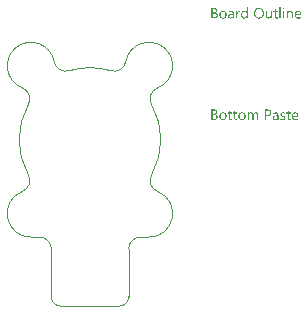
<source format=gbp>
G04*
G04 #@! TF.GenerationSoftware,Altium Limited,Altium Designer,21.3.2 (30)*
G04*
G04 Layer_Color=128*
%FSAX25Y25*%
%MOIN*%
G70*
G04*
G04 #@! TF.SameCoordinates,922420EC-F797-4737-9FA0-C8A043E9FC0D*
G04*
G04*
G04 #@! TF.FilePolarity,Positive*
G04*
G01*
G75*
%ADD12C,0.00197*%
G36*
X0064623Y0044275D02*
X0064650Y0044268D01*
X0064678Y0044259D01*
X0064709Y0044244D01*
X0064740Y0044225D01*
X0064771Y0044201D01*
X0064774Y0044197D01*
X0064783Y0044188D01*
X0064796Y0044173D01*
X0064811Y0044151D01*
X0064824Y0044123D01*
X0064836Y0044092D01*
X0064845Y0044055D01*
X0064848Y0044015D01*
Y0044009D01*
Y0043997D01*
X0064845Y0043978D01*
X0064839Y0043950D01*
X0064830Y0043922D01*
X0064814Y0043891D01*
X0064796Y0043861D01*
X0064771Y0043830D01*
X0064768Y0043827D01*
X0064759Y0043817D01*
X0064740Y0043805D01*
X0064719Y0043793D01*
X0064691Y0043780D01*
X0064660Y0043768D01*
X0064626Y0043759D01*
X0064586Y0043755D01*
X0064567D01*
X0064549Y0043759D01*
X0064521Y0043765D01*
X0064493Y0043774D01*
X0064462Y0043786D01*
X0064431Y0043802D01*
X0064400Y0043827D01*
X0064397Y0043830D01*
X0064388Y0043839D01*
X0064376Y0043857D01*
X0064363Y0043879D01*
X0064351Y0043904D01*
X0064338Y0043938D01*
X0064329Y0043975D01*
X0064326Y0044015D01*
Y0044021D01*
Y0044034D01*
X0064329Y0044055D01*
X0064335Y0044080D01*
X0064345Y0044111D01*
X0064357Y0044142D01*
X0064376Y0044173D01*
X0064400Y0044201D01*
X0064403Y0044203D01*
X0064413Y0044213D01*
X0064431Y0044225D01*
X0064453Y0044241D01*
X0064481Y0044253D01*
X0064512Y0044265D01*
X0064546Y0044275D01*
X0064586Y0044278D01*
X0064604D01*
X0064623Y0044275D01*
D02*
G37*
G36*
X0052655Y0040610D02*
X0052254D01*
Y0041033D01*
X0052244D01*
X0052241Y0041027D01*
X0052232Y0041012D01*
X0052213Y0040990D01*
X0052192Y0040959D01*
X0052161Y0040922D01*
X0052127Y0040882D01*
X0052083Y0040839D01*
X0052031Y0040792D01*
X0051975Y0040746D01*
X0051911Y0040703D01*
X0051839Y0040662D01*
X0051762Y0040625D01*
X0051679Y0040594D01*
X0051586Y0040573D01*
X0051487Y0040557D01*
X0051382Y0040551D01*
X0051360D01*
X0051336Y0040554D01*
X0051305Y0040557D01*
X0051265Y0040560D01*
X0051218Y0040570D01*
X0051166Y0040579D01*
X0051110Y0040594D01*
X0051051Y0040610D01*
X0050990Y0040635D01*
X0050928Y0040659D01*
X0050863Y0040693D01*
X0050801Y0040730D01*
X0050739Y0040777D01*
X0050681Y0040829D01*
X0050625Y0040888D01*
X0050622Y0040891D01*
X0050613Y0040903D01*
X0050600Y0040922D01*
X0050582Y0040950D01*
X0050560Y0040984D01*
X0050535Y0041024D01*
X0050511Y0041073D01*
X0050486Y0041129D01*
X0050458Y0041191D01*
X0050433Y0041259D01*
X0050409Y0041336D01*
X0050387Y0041416D01*
X0050369Y0041503D01*
X0050356Y0041599D01*
X0050347Y0041698D01*
X0050344Y0041803D01*
Y0041806D01*
Y0041809D01*
Y0041818D01*
Y0041830D01*
X0050347Y0041861D01*
X0050350Y0041905D01*
X0050353Y0041960D01*
X0050359Y0042019D01*
X0050369Y0042087D01*
X0050384Y0042161D01*
X0050400Y0042238D01*
X0050421Y0042322D01*
X0050446Y0042402D01*
X0050477Y0042489D01*
X0050511Y0042569D01*
X0050554Y0042649D01*
X0050600Y0042726D01*
X0050656Y0042801D01*
X0050659Y0042804D01*
X0050671Y0042816D01*
X0050690Y0042835D01*
X0050715Y0042859D01*
X0050745Y0042887D01*
X0050783Y0042921D01*
X0050829Y0042955D01*
X0050878Y0042989D01*
X0050937Y0043023D01*
X0050999Y0043057D01*
X0051067Y0043091D01*
X0051141Y0043119D01*
X0051221Y0043144D01*
X0051308Y0043162D01*
X0051398Y0043175D01*
X0051493Y0043178D01*
X0051515D01*
X0051543Y0043175D01*
X0051577Y0043172D01*
X0051620Y0043165D01*
X0051669Y0043156D01*
X0051722Y0043144D01*
X0051781Y0043128D01*
X0051842Y0043107D01*
X0051904Y0043079D01*
X0051966Y0043045D01*
X0052028Y0043005D01*
X0052087Y0042958D01*
X0052145Y0042906D01*
X0052198Y0042841D01*
X0052244Y0042770D01*
X0052254D01*
Y0044324D01*
X0052655D01*
Y0040610D01*
D02*
G37*
G36*
X0066869Y0043175D02*
X0066897D01*
X0066931Y0043168D01*
X0066971Y0043162D01*
X0067014Y0043156D01*
X0067061Y0043144D01*
X0067110Y0043131D01*
X0067163Y0043113D01*
X0067215Y0043091D01*
X0067268Y0043063D01*
X0067317Y0043032D01*
X0067367Y0042998D01*
X0067413Y0042955D01*
X0067456Y0042909D01*
X0067459Y0042906D01*
X0067466Y0042897D01*
X0067478Y0042881D01*
X0067490Y0042859D01*
X0067506Y0042832D01*
X0067524Y0042798D01*
X0067546Y0042757D01*
X0067567Y0042714D01*
X0067586Y0042662D01*
X0067608Y0042606D01*
X0067626Y0042541D01*
X0067642Y0042473D01*
X0067654Y0042399D01*
X0067666Y0042319D01*
X0067673Y0042235D01*
X0067676Y0042143D01*
Y0040610D01*
X0067274D01*
Y0042041D01*
Y0042044D01*
Y0042050D01*
Y0042059D01*
Y0042074D01*
X0067271Y0042093D01*
Y0042115D01*
X0067265Y0042164D01*
X0067255Y0042226D01*
X0067243Y0042294D01*
X0067225Y0042365D01*
X0067200Y0042439D01*
X0067169Y0042513D01*
X0067132Y0042584D01*
X0067085Y0042652D01*
X0067027Y0042714D01*
X0066962Y0042764D01*
X0066925Y0042785D01*
X0066882Y0042804D01*
X0066838Y0042819D01*
X0066792Y0042829D01*
X0066742Y0042835D01*
X0066690Y0042838D01*
X0066662D01*
X0066641Y0042835D01*
X0066616Y0042832D01*
X0066585Y0042825D01*
X0066551Y0042819D01*
X0066517Y0042810D01*
X0066477Y0042798D01*
X0066437Y0042782D01*
X0066396Y0042764D01*
X0066353Y0042742D01*
X0066313Y0042714D01*
X0066270Y0042683D01*
X0066229Y0042649D01*
X0066192Y0042609D01*
X0066189Y0042606D01*
X0066183Y0042600D01*
X0066174Y0042588D01*
X0066162Y0042569D01*
X0066146Y0042547D01*
X0066131Y0042520D01*
X0066112Y0042489D01*
X0066094Y0042455D01*
X0066075Y0042414D01*
X0066057Y0042371D01*
X0066041Y0042325D01*
X0066026Y0042275D01*
X0066013Y0042220D01*
X0066004Y0042164D01*
X0065998Y0042102D01*
X0065995Y0042041D01*
Y0040610D01*
X0065593D01*
Y0043119D01*
X0065995D01*
Y0042702D01*
X0066004D01*
X0066007Y0042708D01*
X0066016Y0042723D01*
X0066035Y0042745D01*
X0066057Y0042776D01*
X0066087Y0042813D01*
X0066121Y0042853D01*
X0066165Y0042897D01*
X0066214Y0042940D01*
X0066270Y0042983D01*
X0066331Y0043026D01*
X0066400Y0043066D01*
X0066471Y0043104D01*
X0066551Y0043134D01*
X0066637Y0043156D01*
X0066730Y0043172D01*
X0066829Y0043178D01*
X0066847D01*
X0066869Y0043175D01*
D02*
G37*
G36*
X0049893Y0043159D02*
X0049927D01*
X0049964Y0043153D01*
X0050004Y0043147D01*
X0050044Y0043141D01*
X0050078Y0043128D01*
Y0042711D01*
X0050072Y0042714D01*
X0050060Y0042723D01*
X0050035Y0042736D01*
X0050001Y0042751D01*
X0049955Y0042767D01*
X0049905Y0042779D01*
X0049843Y0042788D01*
X0049772Y0042791D01*
X0049747D01*
X0049729Y0042788D01*
X0049707Y0042785D01*
X0049683Y0042779D01*
X0049624Y0042761D01*
X0049590Y0042748D01*
X0049556Y0042733D01*
X0049519Y0042711D01*
X0049482Y0042689D01*
X0049448Y0042662D01*
X0049411Y0042628D01*
X0049377Y0042591D01*
X0049343Y0042547D01*
X0049340Y0042544D01*
X0049336Y0042535D01*
X0049327Y0042523D01*
X0049315Y0042504D01*
X0049303Y0042479D01*
X0049287Y0042448D01*
X0049272Y0042414D01*
X0049256Y0042374D01*
X0049241Y0042331D01*
X0049225Y0042282D01*
X0049210Y0042226D01*
X0049197Y0042167D01*
X0049185Y0042102D01*
X0049176Y0042034D01*
X0049173Y0041963D01*
X0049170Y0041886D01*
Y0040610D01*
X0048768D01*
Y0043119D01*
X0049170D01*
Y0042600D01*
X0049179D01*
Y0042603D01*
X0049182Y0042612D01*
X0049188Y0042625D01*
X0049194Y0042643D01*
X0049204Y0042665D01*
X0049216Y0042693D01*
X0049244Y0042751D01*
X0049281Y0042819D01*
X0049327Y0042887D01*
X0049380Y0042952D01*
X0049442Y0043014D01*
X0049445Y0043017D01*
X0049451Y0043020D01*
X0049460Y0043026D01*
X0049472Y0043039D01*
X0049488Y0043048D01*
X0049510Y0043060D01*
X0049556Y0043088D01*
X0049615Y0043116D01*
X0049683Y0043141D01*
X0049757Y0043156D01*
X0049797Y0043159D01*
X0049837Y0043162D01*
X0049862D01*
X0049893Y0043159D01*
D02*
G37*
G36*
X0060655Y0040610D02*
X0060254D01*
Y0041005D01*
X0060244D01*
X0060241Y0040999D01*
X0060232Y0040987D01*
X0060216Y0040962D01*
X0060198Y0040934D01*
X0060170Y0040900D01*
X0060136Y0040863D01*
X0060099Y0040820D01*
X0060053Y0040780D01*
X0060003Y0040737D01*
X0059944Y0040696D01*
X0059883Y0040656D01*
X0059812Y0040622D01*
X0059734Y0040594D01*
X0059654Y0040570D01*
X0059564Y0040557D01*
X0059469Y0040551D01*
X0059447D01*
X0059431Y0040554D01*
X0059410D01*
X0059385Y0040557D01*
X0059357Y0040563D01*
X0059330Y0040567D01*
X0059262Y0040585D01*
X0059184Y0040607D01*
X0059104Y0040641D01*
X0059064Y0040662D01*
X0059021Y0040684D01*
X0058977Y0040712D01*
X0058937Y0040740D01*
X0058897Y0040774D01*
X0058857Y0040811D01*
X0058817Y0040854D01*
X0058780Y0040897D01*
X0058746Y0040947D01*
X0058712Y0041002D01*
X0058684Y0041061D01*
X0058656Y0041123D01*
X0058631Y0041191D01*
X0058610Y0041265D01*
X0058594Y0041345D01*
X0058582Y0041429D01*
X0058576Y0041521D01*
X0058573Y0041617D01*
Y0043119D01*
X0058971D01*
Y0041682D01*
Y0041679D01*
Y0041673D01*
Y0041664D01*
Y0041648D01*
X0058974Y0041630D01*
Y0041608D01*
X0058980Y0041559D01*
X0058990Y0041497D01*
X0059002Y0041432D01*
X0059024Y0041358D01*
X0059048Y0041287D01*
X0059079Y0041212D01*
X0059119Y0041138D01*
X0059169Y0041073D01*
X0059228Y0041012D01*
X0059299Y0040962D01*
X0059336Y0040940D01*
X0059379Y0040922D01*
X0059425Y0040907D01*
X0059472Y0040897D01*
X0059524Y0040891D01*
X0059580Y0040888D01*
X0059608D01*
X0059629Y0040891D01*
X0059654Y0040894D01*
X0059682Y0040900D01*
X0059716Y0040907D01*
X0059750Y0040916D01*
X0059787Y0040925D01*
X0059827Y0040940D01*
X0059867Y0040959D01*
X0059907Y0040981D01*
X0059948Y0041005D01*
X0059988Y0041033D01*
X0060025Y0041067D01*
X0060062Y0041104D01*
X0060065Y0041107D01*
X0060071Y0041113D01*
X0060080Y0041126D01*
X0060093Y0041144D01*
X0060105Y0041166D01*
X0060124Y0041191D01*
X0060139Y0041222D01*
X0060158Y0041256D01*
X0060176Y0041296D01*
X0060192Y0041339D01*
X0060210Y0041385D01*
X0060223Y0041435D01*
X0060235Y0041491D01*
X0060244Y0041546D01*
X0060250Y0041608D01*
X0060254Y0041673D01*
Y0043119D01*
X0060655D01*
Y0040610D01*
D02*
G37*
G36*
X0064780D02*
X0064379D01*
Y0043119D01*
X0064780D01*
Y0040610D01*
D02*
G37*
G36*
X0063566D02*
X0063164D01*
Y0044324D01*
X0063566D01*
Y0040610D01*
D02*
G37*
G36*
X0047164Y0043175D02*
X0047186D01*
X0047207Y0043172D01*
X0047235Y0043168D01*
X0047266Y0043162D01*
X0047331Y0043150D01*
X0047408Y0043128D01*
X0047486Y0043100D01*
X0047569Y0043060D01*
X0047652Y0043011D01*
X0047693Y0042983D01*
X0047733Y0042949D01*
X0047770Y0042912D01*
X0047807Y0042875D01*
X0047841Y0042832D01*
X0047872Y0042782D01*
X0047903Y0042733D01*
X0047930Y0042677D01*
X0047952Y0042615D01*
X0047974Y0042550D01*
X0047989Y0042482D01*
X0048002Y0042405D01*
X0048008Y0042328D01*
X0048011Y0042241D01*
Y0040610D01*
X0047609D01*
Y0040999D01*
X0047600D01*
X0047597Y0040993D01*
X0047588Y0040981D01*
X0047572Y0040959D01*
X0047550Y0040928D01*
X0047523Y0040894D01*
X0047489Y0040857D01*
X0047452Y0040817D01*
X0047405Y0040777D01*
X0047353Y0040734D01*
X0047297Y0040693D01*
X0047232Y0040656D01*
X0047164Y0040622D01*
X0047087Y0040591D01*
X0047007Y0040570D01*
X0046920Y0040557D01*
X0046827Y0040551D01*
X0046790D01*
X0046766Y0040554D01*
X0046735Y0040557D01*
X0046698Y0040560D01*
X0046657Y0040567D01*
X0046614Y0040576D01*
X0046518Y0040601D01*
X0046472Y0040616D01*
X0046423Y0040635D01*
X0046373Y0040656D01*
X0046327Y0040684D01*
X0046284Y0040715D01*
X0046240Y0040749D01*
X0046237Y0040752D01*
X0046231Y0040758D01*
X0046222Y0040771D01*
X0046206Y0040786D01*
X0046191Y0040804D01*
X0046175Y0040829D01*
X0046154Y0040857D01*
X0046135Y0040888D01*
X0046117Y0040925D01*
X0046098Y0040965D01*
X0046080Y0041008D01*
X0046064Y0041055D01*
X0046049Y0041104D01*
X0046040Y0041157D01*
X0046033Y0041216D01*
X0046030Y0041274D01*
Y0041277D01*
Y0041284D01*
Y0041293D01*
X0046033Y0041305D01*
Y0041321D01*
X0046036Y0041339D01*
X0046043Y0041385D01*
X0046055Y0041441D01*
X0046073Y0041503D01*
X0046098Y0041571D01*
X0046135Y0041642D01*
X0046178Y0041713D01*
X0046231Y0041784D01*
X0046265Y0041818D01*
X0046299Y0041852D01*
X0046339Y0041886D01*
X0046379Y0041917D01*
X0046426Y0041948D01*
X0046475Y0041976D01*
X0046528Y0042000D01*
X0046586Y0042025D01*
X0046648Y0042047D01*
X0046713Y0042065D01*
X0046784Y0042081D01*
X0046858Y0042093D01*
X0047609Y0042198D01*
Y0042201D01*
Y0042204D01*
Y0042214D01*
Y0042226D01*
X0047606Y0042257D01*
X0047600Y0042297D01*
X0047594Y0042346D01*
X0047581Y0042402D01*
X0047566Y0042458D01*
X0047544Y0042520D01*
X0047517Y0042578D01*
X0047482Y0042637D01*
X0047442Y0042689D01*
X0047393Y0042739D01*
X0047331Y0042779D01*
X0047263Y0042810D01*
X0047226Y0042822D01*
X0047183Y0042832D01*
X0047139Y0042835D01*
X0047093Y0042838D01*
X0047071D01*
X0047050Y0042835D01*
X0047016Y0042832D01*
X0046976Y0042829D01*
X0046929Y0042822D01*
X0046877Y0042813D01*
X0046821Y0042801D01*
X0046759Y0042782D01*
X0046694Y0042764D01*
X0046627Y0042739D01*
X0046556Y0042708D01*
X0046484Y0042671D01*
X0046413Y0042631D01*
X0046342Y0042584D01*
X0046274Y0042529D01*
Y0042940D01*
X0046277Y0042943D01*
X0046290Y0042949D01*
X0046311Y0042961D01*
X0046339Y0042977D01*
X0046376Y0042995D01*
X0046416Y0043014D01*
X0046466Y0043036D01*
X0046521Y0043060D01*
X0046580Y0043082D01*
X0046645Y0043104D01*
X0046716Y0043122D01*
X0046790Y0043141D01*
X0046871Y0043156D01*
X0046951Y0043168D01*
X0047038Y0043175D01*
X0047127Y0043178D01*
X0047149D01*
X0047164Y0043175D01*
D02*
G37*
G36*
X0041528Y0044120D02*
X0041565Y0044117D01*
X0041608Y0044111D01*
X0041658Y0044105D01*
X0041714Y0044095D01*
X0041769Y0044083D01*
X0041828Y0044068D01*
X0041890Y0044049D01*
X0041948Y0044027D01*
X0042010Y0044003D01*
X0042066Y0043972D01*
X0042121Y0043938D01*
X0042174Y0043898D01*
X0042177Y0043894D01*
X0042186Y0043888D01*
X0042199Y0043876D01*
X0042214Y0043857D01*
X0042236Y0043836D01*
X0042257Y0043808D01*
X0042282Y0043777D01*
X0042307Y0043743D01*
X0042331Y0043703D01*
X0042356Y0043660D01*
X0042378Y0043610D01*
X0042399Y0043561D01*
X0042415Y0043505D01*
X0042427Y0043446D01*
X0042437Y0043385D01*
X0042440Y0043320D01*
Y0043317D01*
Y0043307D01*
Y0043292D01*
X0042437Y0043270D01*
X0042433Y0043242D01*
X0042430Y0043215D01*
X0042427Y0043181D01*
X0042421Y0043144D01*
X0042399Y0043060D01*
X0042372Y0042974D01*
X0042353Y0042927D01*
X0042331Y0042884D01*
X0042307Y0042841D01*
X0042279Y0042798D01*
X0042276Y0042794D01*
X0042273Y0042788D01*
X0042263Y0042776D01*
X0042248Y0042761D01*
X0042233Y0042745D01*
X0042214Y0042723D01*
X0042189Y0042702D01*
X0042165Y0042677D01*
X0042134Y0042652D01*
X0042100Y0042625D01*
X0042063Y0042600D01*
X0042022Y0042572D01*
X0041979Y0042547D01*
X0041936Y0042526D01*
X0041834Y0042485D01*
Y0042476D01*
X0041837D01*
X0041849Y0042473D01*
X0041868Y0042470D01*
X0041893Y0042467D01*
X0041924Y0042461D01*
X0041958Y0042452D01*
X0041998Y0042439D01*
X0042038Y0042427D01*
X0042127Y0042393D01*
X0042177Y0042371D01*
X0042223Y0042343D01*
X0042270Y0042316D01*
X0042316Y0042285D01*
X0042362Y0042248D01*
X0042402Y0042207D01*
X0042406Y0042204D01*
X0042412Y0042198D01*
X0042421Y0042186D01*
X0042437Y0042167D01*
X0042452Y0042143D01*
X0042470Y0042118D01*
X0042489Y0042084D01*
X0042511Y0042050D01*
X0042529Y0042010D01*
X0042548Y0041963D01*
X0042566Y0041917D01*
X0042582Y0041864D01*
X0042597Y0041806D01*
X0042606Y0041747D01*
X0042613Y0041685D01*
X0042616Y0041617D01*
Y0041611D01*
Y0041599D01*
X0042613Y0041574D01*
X0042610Y0041543D01*
X0042606Y0041503D01*
X0042597Y0041460D01*
X0042588Y0041410D01*
X0042576Y0041358D01*
X0042557Y0041299D01*
X0042535Y0041240D01*
X0042511Y0041181D01*
X0042480Y0041120D01*
X0042443Y0041058D01*
X0042399Y0040999D01*
X0042350Y0040944D01*
X0042291Y0040888D01*
X0042288Y0040885D01*
X0042276Y0040876D01*
X0042257Y0040863D01*
X0042233Y0040845D01*
X0042202Y0040823D01*
X0042162Y0040801D01*
X0042118Y0040774D01*
X0042069Y0040749D01*
X0042010Y0040724D01*
X0041948Y0040699D01*
X0041883Y0040675D01*
X0041809Y0040653D01*
X0041732Y0040635D01*
X0041652Y0040622D01*
X0041565Y0040613D01*
X0041475Y0040610D01*
X0040453D01*
Y0044123D01*
X0041494D01*
X0041528Y0044120D01*
D02*
G37*
G36*
X0061996Y0043119D02*
X0062630D01*
Y0042773D01*
X0061996D01*
Y0041361D01*
Y0041358D01*
Y0041348D01*
Y0041336D01*
Y0041321D01*
X0061999Y0041299D01*
X0062002Y0041274D01*
X0062009Y0041222D01*
X0062018Y0041160D01*
X0062033Y0041101D01*
X0062055Y0041046D01*
X0062067Y0041021D01*
X0062083Y0040999D01*
X0062086Y0040996D01*
X0062098Y0040984D01*
X0062120Y0040965D01*
X0062151Y0040947D01*
X0062191Y0040925D01*
X0062240Y0040910D01*
X0062299Y0040897D01*
X0062367Y0040891D01*
X0062392D01*
X0062420Y0040894D01*
X0062457Y0040900D01*
X0062497Y0040913D01*
X0062543Y0040925D01*
X0062586Y0040947D01*
X0062630Y0040975D01*
Y0040631D01*
X0062627D01*
X0062624Y0040628D01*
X0062614Y0040625D01*
X0062605Y0040619D01*
X0062571Y0040607D01*
X0062531Y0040594D01*
X0062475Y0040582D01*
X0062410Y0040570D01*
X0062336Y0040560D01*
X0062253Y0040557D01*
X0062225D01*
X0062191Y0040563D01*
X0062151Y0040570D01*
X0062101Y0040579D01*
X0062046Y0040598D01*
X0061984Y0040619D01*
X0061925Y0040650D01*
X0061863Y0040687D01*
X0061802Y0040737D01*
X0061746Y0040795D01*
X0061721Y0040829D01*
X0061696Y0040866D01*
X0061675Y0040907D01*
X0061656Y0040950D01*
X0061638Y0040996D01*
X0061622Y0041049D01*
X0061610Y0041101D01*
X0061601Y0041160D01*
X0061598Y0041222D01*
X0061594Y0041290D01*
Y0042773D01*
X0061165D01*
Y0043119D01*
X0061594D01*
Y0043731D01*
X0061996Y0043861D01*
Y0043119D01*
D02*
G37*
G36*
X0069465Y0043175D02*
X0069499Y0043172D01*
X0069542Y0043168D01*
X0069588Y0043162D01*
X0069641Y0043150D01*
X0069696Y0043137D01*
X0069758Y0043122D01*
X0069820Y0043100D01*
X0069882Y0043073D01*
X0069947Y0043042D01*
X0070009Y0043005D01*
X0070067Y0042961D01*
X0070126Y0042912D01*
X0070179Y0042856D01*
X0070182Y0042853D01*
X0070191Y0042841D01*
X0070203Y0042822D01*
X0070222Y0042798D01*
X0070240Y0042767D01*
X0070265Y0042726D01*
X0070290Y0042680D01*
X0070315Y0042628D01*
X0070339Y0042566D01*
X0070364Y0042501D01*
X0070389Y0042427D01*
X0070407Y0042349D01*
X0070426Y0042263D01*
X0070438Y0042173D01*
X0070447Y0042074D01*
X0070451Y0041973D01*
Y0041762D01*
X0068677D01*
Y0041756D01*
Y0041744D01*
X0068680Y0041722D01*
X0068683Y0041695D01*
X0068686Y0041657D01*
X0068692Y0041617D01*
X0068698Y0041574D01*
X0068711Y0041524D01*
X0068739Y0041420D01*
X0068757Y0041367D01*
X0068779Y0041311D01*
X0068804Y0041259D01*
X0068831Y0041206D01*
X0068865Y0041160D01*
X0068902Y0041113D01*
X0068906Y0041110D01*
X0068912Y0041104D01*
X0068924Y0041092D01*
X0068943Y0041080D01*
X0068964Y0041061D01*
X0068992Y0041043D01*
X0069023Y0041021D01*
X0069057Y0041002D01*
X0069097Y0040981D01*
X0069143Y0040959D01*
X0069190Y0040940D01*
X0069245Y0040922D01*
X0069301Y0040910D01*
X0069363Y0040897D01*
X0069428Y0040891D01*
X0069496Y0040888D01*
X0069514D01*
X0069536Y0040891D01*
X0069567D01*
X0069604Y0040897D01*
X0069647Y0040903D01*
X0069696Y0040913D01*
X0069752Y0040922D01*
X0069811Y0040937D01*
X0069873Y0040956D01*
X0069937Y0040978D01*
X0070002Y0041005D01*
X0070070Y0041036D01*
X0070138Y0041073D01*
X0070206Y0041117D01*
X0070274Y0041166D01*
Y0040789D01*
X0070271Y0040786D01*
X0070259Y0040780D01*
X0070240Y0040767D01*
X0070216Y0040752D01*
X0070182Y0040734D01*
X0070142Y0040715D01*
X0070095Y0040693D01*
X0070043Y0040672D01*
X0069981Y0040647D01*
X0069916Y0040625D01*
X0069845Y0040607D01*
X0069768Y0040588D01*
X0069684Y0040573D01*
X0069595Y0040560D01*
X0069499Y0040554D01*
X0069400Y0040551D01*
X0069375D01*
X0069350Y0040554D01*
X0069313Y0040557D01*
X0069267Y0040560D01*
X0069214Y0040570D01*
X0069159Y0040579D01*
X0069097Y0040594D01*
X0069032Y0040613D01*
X0068964Y0040635D01*
X0068893Y0040662D01*
X0068825Y0040693D01*
X0068754Y0040734D01*
X0068689Y0040780D01*
X0068624Y0040832D01*
X0068566Y0040891D01*
X0068563Y0040894D01*
X0068553Y0040907D01*
X0068538Y0040928D01*
X0068519Y0040956D01*
X0068494Y0040990D01*
X0068470Y0041033D01*
X0068442Y0041083D01*
X0068414Y0041141D01*
X0068386Y0041203D01*
X0068358Y0041277D01*
X0068334Y0041355D01*
X0068309Y0041441D01*
X0068291Y0041534D01*
X0068275Y0041633D01*
X0068266Y0041741D01*
X0068263Y0041852D01*
Y0041855D01*
Y0041858D01*
Y0041868D01*
Y0041877D01*
X0068266Y0041908D01*
X0068269Y0041951D01*
X0068272Y0042000D01*
X0068281Y0042056D01*
X0068291Y0042121D01*
X0068303Y0042192D01*
X0068322Y0042266D01*
X0068343Y0042343D01*
X0068371Y0042424D01*
X0068402Y0042504D01*
X0068439Y0042581D01*
X0068485Y0042662D01*
X0068535Y0042736D01*
X0068593Y0042807D01*
X0068597Y0042810D01*
X0068609Y0042822D01*
X0068627Y0042841D01*
X0068652Y0042866D01*
X0068686Y0042893D01*
X0068726Y0042924D01*
X0068770Y0042958D01*
X0068822Y0042992D01*
X0068878Y0043026D01*
X0068943Y0043060D01*
X0069011Y0043091D01*
X0069082Y0043119D01*
X0069159Y0043144D01*
X0069242Y0043162D01*
X0069329Y0043175D01*
X0069418Y0043178D01*
X0069440D01*
X0069465Y0043175D01*
D02*
G37*
G36*
X0056422Y0044179D02*
X0056444D01*
X0056465Y0044176D01*
X0056493D01*
X0056555Y0044166D01*
X0056626Y0044157D01*
X0056706Y0044142D01*
X0056793Y0044120D01*
X0056882Y0044095D01*
X0056978Y0044061D01*
X0057074Y0044021D01*
X0057173Y0043975D01*
X0057272Y0043919D01*
X0057364Y0043854D01*
X0057457Y0043777D01*
X0057543Y0043691D01*
X0057550Y0043684D01*
X0057562Y0043669D01*
X0057584Y0043641D01*
X0057615Y0043601D01*
X0057645Y0043551D01*
X0057686Y0043493D01*
X0057726Y0043425D01*
X0057766Y0043348D01*
X0057806Y0043258D01*
X0057846Y0043162D01*
X0057886Y0043057D01*
X0057920Y0042943D01*
X0057948Y0042819D01*
X0057970Y0042689D01*
X0057982Y0042553D01*
X0057989Y0042408D01*
Y0042405D01*
Y0042399D01*
Y0042387D01*
Y0042371D01*
X0057985Y0042349D01*
Y0042325D01*
X0057982Y0042297D01*
Y0042266D01*
X0057979Y0042232D01*
X0057976Y0042195D01*
X0057964Y0042112D01*
X0057951Y0042016D01*
X0057933Y0041917D01*
X0057908Y0041809D01*
X0057877Y0041698D01*
X0057840Y0041586D01*
X0057797Y0041472D01*
X0057744Y0041361D01*
X0057683Y0041249D01*
X0057612Y0041148D01*
X0057531Y0041049D01*
X0057525Y0041043D01*
X0057510Y0041027D01*
X0057485Y0041002D01*
X0057448Y0040971D01*
X0057401Y0040934D01*
X0057346Y0040891D01*
X0057284Y0040848D01*
X0057210Y0040801D01*
X0057126Y0040755D01*
X0057034Y0040709D01*
X0056935Y0040666D01*
X0056827Y0040628D01*
X0056709Y0040598D01*
X0056586Y0040573D01*
X0056453Y0040557D01*
X0056314Y0040551D01*
X0056280D01*
X0056264Y0040554D01*
X0056243D01*
X0056218Y0040557D01*
X0056190Y0040560D01*
X0056125Y0040567D01*
X0056054Y0040576D01*
X0055971Y0040591D01*
X0055884Y0040613D01*
X0055788Y0040638D01*
X0055693Y0040672D01*
X0055594Y0040712D01*
X0055492Y0040758D01*
X0055393Y0040814D01*
X0055297Y0040882D01*
X0055201Y0040956D01*
X0055115Y0041043D01*
X0055109Y0041049D01*
X0055096Y0041064D01*
X0055075Y0041092D01*
X0055044Y0041132D01*
X0055010Y0041181D01*
X0054973Y0041240D01*
X0054932Y0041308D01*
X0054892Y0041388D01*
X0054849Y0041475D01*
X0054809Y0041571D01*
X0054772Y0041676D01*
X0054738Y0041790D01*
X0054707Y0041914D01*
X0054685Y0042044D01*
X0054673Y0042180D01*
X0054667Y0042325D01*
Y0042328D01*
Y0042334D01*
Y0042346D01*
Y0042362D01*
X0054670Y0042384D01*
Y0042405D01*
X0054673Y0042433D01*
Y0042464D01*
X0054676Y0042498D01*
X0054682Y0042538D01*
X0054691Y0042618D01*
X0054704Y0042711D01*
X0054725Y0042810D01*
X0054747Y0042918D01*
X0054778Y0043026D01*
X0054815Y0043137D01*
X0054858Y0043252D01*
X0054911Y0043363D01*
X0054973Y0043471D01*
X0055044Y0043576D01*
X0055124Y0043675D01*
X0055130Y0043681D01*
X0055146Y0043697D01*
X0055170Y0043722D01*
X0055208Y0043755D01*
X0055254Y0043793D01*
X0055313Y0043836D01*
X0055377Y0043882D01*
X0055452Y0043929D01*
X0055538Y0043975D01*
X0055631Y0044021D01*
X0055733Y0044065D01*
X0055844Y0044102D01*
X0055964Y0044136D01*
X0056091Y0044160D01*
X0056227Y0044176D01*
X0056372Y0044182D01*
X0056403D01*
X0056422Y0044179D01*
D02*
G37*
G36*
X0044436Y0043175D02*
X0044476Y0043172D01*
X0044522Y0043168D01*
X0044578Y0043159D01*
X0044637Y0043150D01*
X0044701Y0043134D01*
X0044773Y0043116D01*
X0044844Y0043094D01*
X0044915Y0043066D01*
X0044989Y0043032D01*
X0045060Y0042992D01*
X0045131Y0042946D01*
X0045196Y0042893D01*
X0045258Y0042832D01*
X0045261Y0042829D01*
X0045270Y0042816D01*
X0045285Y0042794D01*
X0045307Y0042767D01*
X0045332Y0042733D01*
X0045357Y0042689D01*
X0045388Y0042640D01*
X0045415Y0042581D01*
X0045446Y0042516D01*
X0045474Y0042445D01*
X0045499Y0042368D01*
X0045523Y0042282D01*
X0045545Y0042189D01*
X0045561Y0042090D01*
X0045570Y0041985D01*
X0045573Y0041874D01*
Y0041871D01*
Y0041868D01*
Y0041858D01*
Y0041846D01*
X0045570Y0041815D01*
X0045567Y0041775D01*
X0045564Y0041722D01*
X0045554Y0041664D01*
X0045545Y0041599D01*
X0045530Y0041528D01*
X0045511Y0041453D01*
X0045489Y0041373D01*
X0045462Y0041293D01*
X0045431Y0041212D01*
X0045391Y0041132D01*
X0045344Y0041055D01*
X0045292Y0040981D01*
X0045233Y0040910D01*
X0045230Y0040907D01*
X0045217Y0040894D01*
X0045199Y0040876D01*
X0045171Y0040854D01*
X0045137Y0040826D01*
X0045097Y0040795D01*
X0045048Y0040764D01*
X0044992Y0040730D01*
X0044930Y0040696D01*
X0044862Y0040666D01*
X0044788Y0040635D01*
X0044708Y0040607D01*
X0044618Y0040585D01*
X0044525Y0040567D01*
X0044430Y0040554D01*
X0044324Y0040551D01*
X0044300D01*
X0044272Y0040554D01*
X0044232Y0040557D01*
X0044186Y0040560D01*
X0044130Y0040570D01*
X0044071Y0040579D01*
X0044006Y0040594D01*
X0043935Y0040613D01*
X0043864Y0040638D01*
X0043790Y0040666D01*
X0043716Y0040699D01*
X0043642Y0040740D01*
X0043567Y0040786D01*
X0043499Y0040839D01*
X0043435Y0040900D01*
X0043431Y0040903D01*
X0043419Y0040916D01*
X0043404Y0040937D01*
X0043382Y0040965D01*
X0043357Y0040999D01*
X0043330Y0041043D01*
X0043302Y0041092D01*
X0043271Y0041151D01*
X0043240Y0041212D01*
X0043209Y0041284D01*
X0043181Y0041361D01*
X0043156Y0041444D01*
X0043135Y0041531D01*
X0043119Y0041627D01*
X0043107Y0041728D01*
X0043104Y0041833D01*
Y0041837D01*
Y0041840D01*
Y0041849D01*
Y0041861D01*
X0043107Y0041895D01*
X0043110Y0041939D01*
X0043113Y0041991D01*
X0043123Y0042053D01*
X0043132Y0042121D01*
X0043147Y0042195D01*
X0043166Y0042272D01*
X0043187Y0042353D01*
X0043215Y0042436D01*
X0043249Y0042520D01*
X0043289Y0042600D01*
X0043333Y0042677D01*
X0043385Y0042751D01*
X0043447Y0042822D01*
X0043450Y0042825D01*
X0043462Y0042838D01*
X0043484Y0042856D01*
X0043512Y0042878D01*
X0043546Y0042906D01*
X0043589Y0042934D01*
X0043639Y0042968D01*
X0043694Y0043001D01*
X0043756Y0043032D01*
X0043827Y0043066D01*
X0043904Y0043094D01*
X0043988Y0043122D01*
X0044077Y0043144D01*
X0044173Y0043162D01*
X0044275Y0043175D01*
X0044383Y0043178D01*
X0044408D01*
X0044436Y0043175D01*
D02*
G37*
G36*
X0064487Y0009316D02*
X0064515D01*
X0064549Y0009313D01*
X0064586Y0009310D01*
X0064626Y0009304D01*
X0064719Y0009292D01*
X0064814Y0009270D01*
X0064916Y0009242D01*
X0065015Y0009205D01*
Y0008797D01*
X0065012Y0008800D01*
X0065003Y0008806D01*
X0064987Y0008813D01*
X0064966Y0008825D01*
X0064941Y0008840D01*
X0064910Y0008856D01*
X0064873Y0008871D01*
X0064833Y0008890D01*
X0064786Y0008905D01*
X0064740Y0008921D01*
X0064688Y0008936D01*
X0064632Y0008952D01*
X0064570Y0008964D01*
X0064508Y0008970D01*
X0064447Y0008976D01*
X0064379Y0008980D01*
X0064338D01*
X0064311Y0008976D01*
X0064280Y0008973D01*
X0064246Y0008967D01*
X0064175Y0008952D01*
X0064172D01*
X0064159Y0008949D01*
X0064144Y0008942D01*
X0064122Y0008933D01*
X0064073Y0008912D01*
X0064020Y0008881D01*
X0064017Y0008878D01*
X0064011Y0008871D01*
X0063999Y0008862D01*
X0063983Y0008850D01*
X0063949Y0008816D01*
X0063918Y0008769D01*
Y0008766D01*
X0063912Y0008757D01*
X0063909Y0008745D01*
X0063903Y0008726D01*
X0063897Y0008708D01*
X0063890Y0008683D01*
X0063887Y0008655D01*
X0063884Y0008627D01*
Y0008624D01*
Y0008612D01*
X0063887Y0008593D01*
Y0008568D01*
X0063894Y0008544D01*
X0063900Y0008516D01*
X0063906Y0008488D01*
X0063918Y0008460D01*
X0063921Y0008457D01*
X0063924Y0008448D01*
X0063934Y0008436D01*
X0063946Y0008420D01*
X0063961Y0008405D01*
X0063977Y0008383D01*
X0064023Y0008343D01*
X0064026Y0008340D01*
X0064036Y0008334D01*
X0064051Y0008324D01*
X0064070Y0008312D01*
X0064094Y0008300D01*
X0064122Y0008284D01*
X0064156Y0008266D01*
X0064190Y0008250D01*
X0064193Y0008247D01*
X0064209Y0008244D01*
X0064227Y0008235D01*
X0064255Y0008225D01*
X0064289Y0008210D01*
X0064326Y0008195D01*
X0064366Y0008179D01*
X0064413Y0008161D01*
X0064416D01*
X0064419Y0008158D01*
X0064428Y0008155D01*
X0064440Y0008151D01*
X0064471Y0008139D01*
X0064512Y0008121D01*
X0064558Y0008102D01*
X0064610Y0008080D01*
X0064663Y0008056D01*
X0064712Y0008031D01*
X0064715D01*
X0064719Y0008028D01*
X0064734Y0008019D01*
X0064759Y0008006D01*
X0064790Y0007988D01*
X0064827Y0007963D01*
X0064864Y0007938D01*
X0064901Y0007907D01*
X0064938Y0007876D01*
X0064941Y0007873D01*
X0064953Y0007861D01*
X0064969Y0007846D01*
X0064990Y0007821D01*
X0065012Y0007793D01*
X0065037Y0007759D01*
X0065058Y0007722D01*
X0065080Y0007682D01*
X0065083Y0007676D01*
X0065089Y0007663D01*
X0065096Y0007638D01*
X0065105Y0007608D01*
X0065114Y0007570D01*
X0065123Y0007527D01*
X0065126Y0007478D01*
X0065130Y0007422D01*
Y0007419D01*
Y0007413D01*
Y0007404D01*
Y0007391D01*
X0065126Y0007357D01*
X0065120Y0007311D01*
X0065108Y0007261D01*
X0065096Y0007206D01*
X0065074Y0007150D01*
X0065046Y0007098D01*
X0065043Y0007091D01*
X0065031Y0007076D01*
X0065012Y0007051D01*
X0064987Y0007017D01*
X0064956Y0006983D01*
X0064919Y0006943D01*
X0064876Y0006906D01*
X0064827Y0006869D01*
X0064820Y0006866D01*
X0064802Y0006854D01*
X0064774Y0006838D01*
X0064737Y0006820D01*
X0064691Y0006798D01*
X0064635Y0006776D01*
X0064576Y0006755D01*
X0064512Y0006736D01*
X0064508D01*
X0064502Y0006733D01*
X0064493D01*
X0064481Y0006730D01*
X0064465Y0006727D01*
X0064447Y0006724D01*
X0064400Y0006714D01*
X0064341Y0006705D01*
X0064280Y0006699D01*
X0064212Y0006696D01*
X0064138Y0006693D01*
X0064100D01*
X0064073Y0006696D01*
X0064039D01*
X0064002Y0006702D01*
X0063955Y0006705D01*
X0063909Y0006711D01*
X0063856Y0006721D01*
X0063804Y0006730D01*
X0063693Y0006755D01*
X0063578Y0006792D01*
X0063523Y0006816D01*
X0063467Y0006841D01*
Y0007271D01*
X0063470Y0007268D01*
X0063482Y0007261D01*
X0063501Y0007249D01*
X0063526Y0007234D01*
X0063557Y0007215D01*
X0063591Y0007193D01*
X0063634Y0007172D01*
X0063680Y0007150D01*
X0063733Y0007129D01*
X0063788Y0007107D01*
X0063847Y0007085D01*
X0063909Y0007067D01*
X0063977Y0007051D01*
X0064045Y0007039D01*
X0064116Y0007033D01*
X0064190Y0007030D01*
X0064212D01*
X0064240Y0007033D01*
X0064274Y0007036D01*
X0064314Y0007042D01*
X0064357Y0007048D01*
X0064406Y0007061D01*
X0064456Y0007073D01*
X0064502Y0007091D01*
X0064552Y0007116D01*
X0064595Y0007144D01*
X0064635Y0007178D01*
X0064669Y0007218D01*
X0064697Y0007265D01*
X0064712Y0007320D01*
X0064719Y0007351D01*
Y0007382D01*
Y0007385D01*
Y0007401D01*
X0064715Y0007419D01*
X0064712Y0007441D01*
X0064706Y0007468D01*
X0064700Y0007496D01*
X0064688Y0007524D01*
X0064672Y0007552D01*
X0064669Y0007555D01*
X0064663Y0007564D01*
X0064654Y0007577D01*
X0064641Y0007595D01*
X0064623Y0007614D01*
X0064604Y0007635D01*
X0064579Y0007654D01*
X0064552Y0007676D01*
X0064549Y0007679D01*
X0064539Y0007685D01*
X0064521Y0007694D01*
X0064499Y0007710D01*
X0064474Y0007725D01*
X0064443Y0007740D01*
X0064406Y0007756D01*
X0064369Y0007771D01*
X0064363Y0007774D01*
X0064351Y0007778D01*
X0064329Y0007787D01*
X0064301Y0007799D01*
X0064271Y0007815D01*
X0064230Y0007830D01*
X0064190Y0007846D01*
X0064147Y0007864D01*
X0064144D01*
X0064141Y0007867D01*
X0064131Y0007870D01*
X0064119Y0007876D01*
X0064088Y0007889D01*
X0064048Y0007904D01*
X0064002Y0007926D01*
X0063952Y0007947D01*
X0063903Y0007972D01*
X0063853Y0007997D01*
X0063847Y0008000D01*
X0063832Y0008009D01*
X0063810Y0008022D01*
X0063779Y0008040D01*
X0063745Y0008065D01*
X0063711Y0008090D01*
X0063674Y0008117D01*
X0063640Y0008148D01*
X0063637Y0008151D01*
X0063628Y0008164D01*
X0063612Y0008179D01*
X0063594Y0008204D01*
X0063572Y0008232D01*
X0063551Y0008266D01*
X0063532Y0008300D01*
X0063513Y0008340D01*
X0063510Y0008346D01*
X0063507Y0008358D01*
X0063501Y0008383D01*
X0063495Y0008411D01*
X0063486Y0008448D01*
X0063479Y0008491D01*
X0063476Y0008541D01*
X0063473Y0008593D01*
Y0008596D01*
Y0008602D01*
Y0008612D01*
Y0008624D01*
X0063476Y0008655D01*
X0063482Y0008698D01*
X0063492Y0008748D01*
X0063507Y0008800D01*
X0063526Y0008853D01*
X0063554Y0008905D01*
Y0008908D01*
X0063557Y0008912D01*
X0063569Y0008927D01*
X0063588Y0008952D01*
X0063609Y0008986D01*
X0063640Y0009020D01*
X0063677Y0009057D01*
X0063721Y0009097D01*
X0063767Y0009131D01*
X0063770D01*
X0063773Y0009134D01*
X0063792Y0009146D01*
X0063819Y0009162D01*
X0063856Y0009183D01*
X0063903Y0009205D01*
X0063955Y0009230D01*
X0064014Y0009251D01*
X0064076Y0009270D01*
X0064079D01*
X0064085Y0009273D01*
X0064094Y0009276D01*
X0064107Y0009279D01*
X0064122Y0009282D01*
X0064141Y0009285D01*
X0064184Y0009295D01*
X0064240Y0009304D01*
X0064298Y0009313D01*
X0064363Y0009316D01*
X0064431Y0009319D01*
X0064462D01*
X0064487Y0009316D01*
D02*
G37*
G36*
X0055328D02*
X0055347D01*
X0055368Y0009313D01*
X0055421Y0009304D01*
X0055483Y0009289D01*
X0055554Y0009267D01*
X0055628Y0009233D01*
X0055705Y0009193D01*
X0055745Y0009165D01*
X0055782Y0009137D01*
X0055819Y0009106D01*
X0055856Y0009069D01*
X0055893Y0009029D01*
X0055927Y0008986D01*
X0055958Y0008939D01*
X0055989Y0008887D01*
X0056017Y0008831D01*
X0056042Y0008769D01*
X0056063Y0008704D01*
X0056085Y0008633D01*
X0056097Y0008559D01*
X0056110Y0008476D01*
X0056116Y0008389D01*
X0056119Y0008297D01*
Y0006752D01*
X0055717D01*
Y0008191D01*
Y0008198D01*
Y0008210D01*
Y0008232D01*
X0055714Y0008259D01*
Y0008293D01*
X0055711Y0008334D01*
X0055708Y0008377D01*
X0055702Y0008423D01*
X0055686Y0008522D01*
X0055662Y0008621D01*
X0055649Y0008670D01*
X0055631Y0008714D01*
X0055609Y0008757D01*
X0055588Y0008794D01*
Y0008797D01*
X0055581Y0008803D01*
X0055575Y0008813D01*
X0055563Y0008822D01*
X0055550Y0008837D01*
X0055532Y0008853D01*
X0055510Y0008868D01*
X0055486Y0008887D01*
X0055458Y0008905D01*
X0055427Y0008921D01*
X0055390Y0008936D01*
X0055353Y0008952D01*
X0055309Y0008961D01*
X0055260Y0008970D01*
X0055211Y0008976D01*
X0055155Y0008980D01*
X0055130D01*
X0055112Y0008976D01*
X0055090Y0008973D01*
X0055065Y0008967D01*
X0055004Y0008952D01*
X0054970Y0008939D01*
X0054936Y0008921D01*
X0054899Y0008902D01*
X0054865Y0008881D01*
X0054827Y0008853D01*
X0054790Y0008822D01*
X0054753Y0008785D01*
X0054719Y0008745D01*
X0054716Y0008742D01*
X0054713Y0008735D01*
X0054704Y0008720D01*
X0054691Y0008704D01*
X0054679Y0008680D01*
X0054664Y0008652D01*
X0054645Y0008621D01*
X0054630Y0008587D01*
X0054614Y0008547D01*
X0054596Y0008504D01*
X0054580Y0008457D01*
X0054568Y0008408D01*
X0054555Y0008355D01*
X0054549Y0008300D01*
X0054543Y0008244D01*
X0054540Y0008182D01*
Y0006752D01*
X0054138D01*
Y0008241D01*
Y0008244D01*
Y0008250D01*
Y0008259D01*
Y0008272D01*
X0054135Y0008290D01*
Y0008309D01*
X0054129Y0008355D01*
X0054120Y0008411D01*
X0054107Y0008476D01*
X0054092Y0008541D01*
X0054067Y0008612D01*
X0054036Y0008680D01*
X0053999Y0008745D01*
X0053953Y0008810D01*
X0053897Y0008865D01*
X0053832Y0008912D01*
X0053795Y0008930D01*
X0053755Y0008949D01*
X0053712Y0008961D01*
X0053669Y0008970D01*
X0053619Y0008976D01*
X0053567Y0008980D01*
X0053542D01*
X0053523Y0008976D01*
X0053499Y0008973D01*
X0053474Y0008967D01*
X0053412Y0008952D01*
X0053378Y0008939D01*
X0053344Y0008924D01*
X0053307Y0008908D01*
X0053270Y0008887D01*
X0053233Y0008859D01*
X0053196Y0008831D01*
X0053162Y0008797D01*
X0053128Y0008757D01*
X0053125Y0008754D01*
X0053122Y0008748D01*
X0053113Y0008735D01*
X0053100Y0008717D01*
X0053088Y0008695D01*
X0053075Y0008670D01*
X0053060Y0008640D01*
X0053044Y0008602D01*
X0053026Y0008562D01*
X0053010Y0008519D01*
X0052998Y0008473D01*
X0052986Y0008423D01*
X0052973Y0008368D01*
X0052964Y0008309D01*
X0052961Y0008247D01*
X0052958Y0008182D01*
Y0006752D01*
X0052556D01*
Y0009261D01*
X0052958D01*
Y0008862D01*
X0052967D01*
X0052970Y0008868D01*
X0052980Y0008881D01*
X0052995Y0008905D01*
X0053017Y0008933D01*
X0053044Y0008967D01*
X0053079Y0009007D01*
X0053119Y0009048D01*
X0053165Y0009091D01*
X0053218Y0009134D01*
X0053276Y0009174D01*
X0053341Y0009214D01*
X0053409Y0009248D01*
X0053486Y0009276D01*
X0053570Y0009301D01*
X0053656Y0009313D01*
X0053749Y0009319D01*
X0053774D01*
X0053792Y0009316D01*
X0053814D01*
X0053842Y0009313D01*
X0053869Y0009307D01*
X0053900Y0009301D01*
X0053971Y0009285D01*
X0054046Y0009258D01*
X0054120Y0009224D01*
X0054157Y0009199D01*
X0054194Y0009174D01*
X0054197Y0009171D01*
X0054203Y0009168D01*
X0054212Y0009159D01*
X0054225Y0009149D01*
X0054259Y0009115D01*
X0054299Y0009075D01*
X0054342Y0009020D01*
X0054386Y0008955D01*
X0054426Y0008881D01*
X0054457Y0008797D01*
X0054460Y0008803D01*
X0054469Y0008819D01*
X0054488Y0008847D01*
X0054509Y0008878D01*
X0054540Y0008918D01*
X0054574Y0008964D01*
X0054617Y0009010D01*
X0054667Y0009060D01*
X0054722Y0009106D01*
X0054784Y0009156D01*
X0054852Y0009199D01*
X0054926Y0009239D01*
X0055010Y0009270D01*
X0055096Y0009298D01*
X0055192Y0009313D01*
X0055291Y0009319D01*
X0055313D01*
X0055328Y0009316D01*
D02*
G37*
G36*
X0062015D02*
X0062036D01*
X0062058Y0009313D01*
X0062086Y0009310D01*
X0062117Y0009304D01*
X0062182Y0009292D01*
X0062259Y0009270D01*
X0062336Y0009242D01*
X0062420Y0009202D01*
X0062503Y0009153D01*
X0062543Y0009125D01*
X0062583Y0009091D01*
X0062620Y0009054D01*
X0062657Y0009017D01*
X0062691Y0008973D01*
X0062722Y0008924D01*
X0062753Y0008874D01*
X0062781Y0008819D01*
X0062803Y0008757D01*
X0062824Y0008692D01*
X0062840Y0008624D01*
X0062852Y0008547D01*
X0062858Y0008470D01*
X0062861Y0008383D01*
Y0006752D01*
X0062460D01*
Y0007141D01*
X0062450D01*
X0062447Y0007135D01*
X0062438Y0007122D01*
X0062423Y0007101D01*
X0062401Y0007070D01*
X0062373Y0007036D01*
X0062339Y0006999D01*
X0062302Y0006959D01*
X0062256Y0006919D01*
X0062203Y0006875D01*
X0062148Y0006835D01*
X0062083Y0006798D01*
X0062015Y0006764D01*
X0061937Y0006733D01*
X0061857Y0006711D01*
X0061771Y0006699D01*
X0061678Y0006693D01*
X0061641D01*
X0061616Y0006696D01*
X0061585Y0006699D01*
X0061548Y0006702D01*
X0061508Y0006708D01*
X0061465Y0006718D01*
X0061369Y0006742D01*
X0061323Y0006758D01*
X0061273Y0006776D01*
X0061224Y0006798D01*
X0061177Y0006826D01*
X0061134Y0006857D01*
X0061091Y0006891D01*
X0061088Y0006894D01*
X0061082Y0006900D01*
X0061072Y0006912D01*
X0061057Y0006928D01*
X0061041Y0006946D01*
X0061026Y0006971D01*
X0061004Y0006999D01*
X0060986Y0007030D01*
X0060967Y0007067D01*
X0060949Y0007107D01*
X0060930Y0007150D01*
X0060915Y0007197D01*
X0060899Y0007246D01*
X0060890Y0007299D01*
X0060884Y0007357D01*
X0060881Y0007416D01*
Y0007419D01*
Y0007425D01*
Y0007435D01*
X0060884Y0007447D01*
Y0007462D01*
X0060887Y0007481D01*
X0060893Y0007527D01*
X0060905Y0007583D01*
X0060924Y0007645D01*
X0060949Y0007713D01*
X0060986Y0007784D01*
X0061029Y0007855D01*
X0061082Y0007926D01*
X0061116Y0007960D01*
X0061150Y0007994D01*
X0061190Y0008028D01*
X0061230Y0008059D01*
X0061276Y0008090D01*
X0061326Y0008117D01*
X0061378Y0008142D01*
X0061437Y0008167D01*
X0061499Y0008189D01*
X0061564Y0008207D01*
X0061635Y0008222D01*
X0061709Y0008235D01*
X0062460Y0008340D01*
Y0008343D01*
Y0008346D01*
Y0008355D01*
Y0008368D01*
X0062457Y0008399D01*
X0062450Y0008439D01*
X0062444Y0008488D01*
X0062432Y0008544D01*
X0062416Y0008599D01*
X0062395Y0008661D01*
X0062367Y0008720D01*
X0062333Y0008779D01*
X0062293Y0008831D01*
X0062243Y0008881D01*
X0062182Y0008921D01*
X0062114Y0008952D01*
X0062077Y0008964D01*
X0062033Y0008973D01*
X0061990Y0008976D01*
X0061944Y0008980D01*
X0061922D01*
X0061900Y0008976D01*
X0061866Y0008973D01*
X0061826Y0008970D01*
X0061780Y0008964D01*
X0061727Y0008955D01*
X0061672Y0008942D01*
X0061610Y0008924D01*
X0061545Y0008905D01*
X0061477Y0008881D01*
X0061406Y0008850D01*
X0061335Y0008813D01*
X0061264Y0008772D01*
X0061193Y0008726D01*
X0061125Y0008670D01*
Y0009082D01*
X0061128Y0009085D01*
X0061140Y0009091D01*
X0061162Y0009103D01*
X0061190Y0009119D01*
X0061227Y0009137D01*
X0061267Y0009156D01*
X0061316Y0009177D01*
X0061372Y0009202D01*
X0061431Y0009224D01*
X0061496Y0009245D01*
X0061567Y0009264D01*
X0061641Y0009282D01*
X0061721Y0009298D01*
X0061802Y0009310D01*
X0061888Y0009316D01*
X0061978Y0009319D01*
X0061999D01*
X0062015Y0009316D01*
D02*
G37*
G36*
X0059326Y0010262D02*
X0059367D01*
X0059413Y0010256D01*
X0059469Y0010249D01*
X0059527Y0010243D01*
X0059595Y0010231D01*
X0059663Y0010215D01*
X0059734Y0010197D01*
X0059805Y0010175D01*
X0059880Y0010148D01*
X0059951Y0010117D01*
X0060019Y0010080D01*
X0060084Y0010039D01*
X0060145Y0009990D01*
X0060148Y0009987D01*
X0060158Y0009978D01*
X0060173Y0009962D01*
X0060195Y0009940D01*
X0060216Y0009910D01*
X0060244Y0009876D01*
X0060272Y0009835D01*
X0060303Y0009789D01*
X0060331Y0009736D01*
X0060359Y0009681D01*
X0060386Y0009616D01*
X0060408Y0009548D01*
X0060430Y0009471D01*
X0060445Y0009391D01*
X0060454Y0009307D01*
X0060457Y0009214D01*
Y0009208D01*
Y0009193D01*
X0060454Y0009165D01*
X0060451Y0009131D01*
X0060448Y0009088D01*
X0060439Y0009038D01*
X0060430Y0008986D01*
X0060414Y0008924D01*
X0060396Y0008862D01*
X0060374Y0008794D01*
X0060346Y0008726D01*
X0060312Y0008658D01*
X0060272Y0008590D01*
X0060226Y0008522D01*
X0060173Y0008457D01*
X0060111Y0008395D01*
X0060108Y0008392D01*
X0060096Y0008383D01*
X0060077Y0008368D01*
X0060049Y0008346D01*
X0060015Y0008321D01*
X0059972Y0008293D01*
X0059923Y0008266D01*
X0059867Y0008238D01*
X0059805Y0008207D01*
X0059734Y0008179D01*
X0059657Y0008151D01*
X0059577Y0008127D01*
X0059487Y0008108D01*
X0059391Y0008090D01*
X0059293Y0008080D01*
X0059184Y0008077D01*
X0058721D01*
Y0006752D01*
X0058310D01*
Y0010265D01*
X0059299D01*
X0059326Y0010262D01*
D02*
G37*
G36*
X0041528D02*
X0041565Y0010259D01*
X0041608Y0010253D01*
X0041658Y0010246D01*
X0041714Y0010237D01*
X0041769Y0010225D01*
X0041828Y0010209D01*
X0041890Y0010191D01*
X0041948Y0010169D01*
X0042010Y0010144D01*
X0042066Y0010114D01*
X0042121Y0010080D01*
X0042174Y0010039D01*
X0042177Y0010036D01*
X0042186Y0010030D01*
X0042199Y0010018D01*
X0042214Y0009999D01*
X0042236Y0009978D01*
X0042257Y0009950D01*
X0042282Y0009919D01*
X0042307Y0009885D01*
X0042331Y0009845D01*
X0042356Y0009801D01*
X0042378Y0009752D01*
X0042399Y0009702D01*
X0042415Y0009647D01*
X0042427Y0009588D01*
X0042437Y0009526D01*
X0042440Y0009461D01*
Y0009458D01*
Y0009449D01*
Y0009434D01*
X0042437Y0009412D01*
X0042433Y0009384D01*
X0042430Y0009357D01*
X0042427Y0009323D01*
X0042421Y0009285D01*
X0042399Y0009202D01*
X0042372Y0009115D01*
X0042353Y0009069D01*
X0042331Y0009026D01*
X0042307Y0008983D01*
X0042279Y0008939D01*
X0042276Y0008936D01*
X0042273Y0008930D01*
X0042263Y0008918D01*
X0042248Y0008902D01*
X0042233Y0008887D01*
X0042214Y0008865D01*
X0042189Y0008844D01*
X0042165Y0008819D01*
X0042134Y0008794D01*
X0042100Y0008766D01*
X0042063Y0008742D01*
X0042022Y0008714D01*
X0041979Y0008689D01*
X0041936Y0008667D01*
X0041834Y0008627D01*
Y0008618D01*
X0041837D01*
X0041849Y0008615D01*
X0041868Y0008612D01*
X0041893Y0008609D01*
X0041924Y0008602D01*
X0041958Y0008593D01*
X0041998Y0008581D01*
X0042038Y0008568D01*
X0042127Y0008535D01*
X0042177Y0008513D01*
X0042223Y0008485D01*
X0042270Y0008457D01*
X0042316Y0008426D01*
X0042362Y0008389D01*
X0042402Y0008349D01*
X0042406Y0008346D01*
X0042412Y0008340D01*
X0042421Y0008327D01*
X0042437Y0008309D01*
X0042452Y0008284D01*
X0042470Y0008259D01*
X0042489Y0008225D01*
X0042511Y0008191D01*
X0042529Y0008151D01*
X0042548Y0008105D01*
X0042566Y0008059D01*
X0042582Y0008006D01*
X0042597Y0007947D01*
X0042606Y0007889D01*
X0042613Y0007827D01*
X0042616Y0007759D01*
Y0007753D01*
Y0007740D01*
X0042613Y0007716D01*
X0042610Y0007685D01*
X0042606Y0007645D01*
X0042597Y0007601D01*
X0042588Y0007552D01*
X0042576Y0007499D01*
X0042557Y0007441D01*
X0042535Y0007382D01*
X0042511Y0007323D01*
X0042480Y0007261D01*
X0042443Y0007200D01*
X0042399Y0007141D01*
X0042350Y0007085D01*
X0042291Y0007030D01*
X0042288Y0007027D01*
X0042276Y0007017D01*
X0042257Y0007005D01*
X0042233Y0006986D01*
X0042202Y0006965D01*
X0042162Y0006943D01*
X0042118Y0006915D01*
X0042069Y0006891D01*
X0042010Y0006866D01*
X0041948Y0006841D01*
X0041883Y0006816D01*
X0041809Y0006795D01*
X0041732Y0006776D01*
X0041652Y0006764D01*
X0041565Y0006755D01*
X0041475Y0006752D01*
X0040453D01*
Y0010265D01*
X0041494D01*
X0041528Y0010262D01*
D02*
G37*
G36*
X0066279Y0009261D02*
X0066912D01*
Y0008915D01*
X0066279D01*
Y0007502D01*
Y0007499D01*
Y0007490D01*
Y0007478D01*
Y0007462D01*
X0066282Y0007441D01*
X0066285Y0007416D01*
X0066291Y0007363D01*
X0066301Y0007302D01*
X0066316Y0007243D01*
X0066338Y0007187D01*
X0066350Y0007163D01*
X0066365Y0007141D01*
X0066369Y0007138D01*
X0066381Y0007125D01*
X0066403Y0007107D01*
X0066434Y0007088D01*
X0066474Y0007067D01*
X0066523Y0007051D01*
X0066582Y0007039D01*
X0066650Y0007033D01*
X0066675D01*
X0066702Y0007036D01*
X0066739Y0007042D01*
X0066780Y0007054D01*
X0066826Y0007067D01*
X0066869Y0007088D01*
X0066912Y0007116D01*
Y0006773D01*
X0066909D01*
X0066906Y0006770D01*
X0066897Y0006767D01*
X0066888Y0006761D01*
X0066854Y0006748D01*
X0066813Y0006736D01*
X0066758Y0006724D01*
X0066693Y0006711D01*
X0066619Y0006702D01*
X0066535Y0006699D01*
X0066508D01*
X0066474Y0006705D01*
X0066434Y0006711D01*
X0066384Y0006721D01*
X0066328Y0006739D01*
X0066267Y0006761D01*
X0066208Y0006792D01*
X0066146Y0006829D01*
X0066084Y0006878D01*
X0066029Y0006937D01*
X0066004Y0006971D01*
X0065979Y0007008D01*
X0065958Y0007048D01*
X0065939Y0007091D01*
X0065921Y0007138D01*
X0065905Y0007190D01*
X0065893Y0007243D01*
X0065883Y0007302D01*
X0065880Y0007363D01*
X0065877Y0007431D01*
Y0008915D01*
X0065448D01*
Y0009261D01*
X0065877D01*
Y0009872D01*
X0066279Y0010002D01*
Y0009261D01*
D02*
G37*
G36*
X0048447D02*
X0049080D01*
Y0008915D01*
X0048447D01*
Y0007502D01*
Y0007499D01*
Y0007490D01*
Y0007478D01*
Y0007462D01*
X0048450Y0007441D01*
X0048453Y0007416D01*
X0048459Y0007363D01*
X0048468Y0007302D01*
X0048484Y0007243D01*
X0048505Y0007187D01*
X0048518Y0007163D01*
X0048533Y0007141D01*
X0048536Y0007138D01*
X0048549Y0007125D01*
X0048570Y0007107D01*
X0048601Y0007088D01*
X0048641Y0007067D01*
X0048691Y0007051D01*
X0048749Y0007039D01*
X0048817Y0007033D01*
X0048842D01*
X0048870Y0007036D01*
X0048907Y0007042D01*
X0048947Y0007054D01*
X0048994Y0007067D01*
X0049037Y0007088D01*
X0049080Y0007116D01*
Y0006773D01*
X0049077D01*
X0049074Y0006770D01*
X0049065Y0006767D01*
X0049055Y0006761D01*
X0049021Y0006748D01*
X0048981Y0006736D01*
X0048926Y0006724D01*
X0048861Y0006711D01*
X0048787Y0006702D01*
X0048703Y0006699D01*
X0048675D01*
X0048641Y0006705D01*
X0048601Y0006711D01*
X0048552Y0006721D01*
X0048496Y0006739D01*
X0048434Y0006761D01*
X0048375Y0006792D01*
X0048314Y0006829D01*
X0048252Y0006878D01*
X0048196Y0006937D01*
X0048172Y0006971D01*
X0048147Y0007008D01*
X0048125Y0007048D01*
X0048107Y0007091D01*
X0048088Y0007138D01*
X0048073Y0007190D01*
X0048060Y0007243D01*
X0048051Y0007302D01*
X0048048Y0007363D01*
X0048045Y0007431D01*
Y0008915D01*
X0047615D01*
Y0009261D01*
X0048045D01*
Y0009872D01*
X0048447Y0010002D01*
Y0009261D01*
D02*
G37*
G36*
X0046747D02*
X0047381D01*
Y0008915D01*
X0046747D01*
Y0007502D01*
Y0007499D01*
Y0007490D01*
Y0007478D01*
Y0007462D01*
X0046750Y0007441D01*
X0046753Y0007416D01*
X0046759Y0007363D01*
X0046769Y0007302D01*
X0046784Y0007243D01*
X0046806Y0007187D01*
X0046818Y0007163D01*
X0046834Y0007141D01*
X0046837Y0007138D01*
X0046849Y0007125D01*
X0046871Y0007107D01*
X0046902Y0007088D01*
X0046942Y0007067D01*
X0046991Y0007051D01*
X0047050Y0007039D01*
X0047118Y0007033D01*
X0047143D01*
X0047170Y0007036D01*
X0047207Y0007042D01*
X0047248Y0007054D01*
X0047294Y0007067D01*
X0047337Y0007088D01*
X0047381Y0007116D01*
Y0006773D01*
X0047377D01*
X0047374Y0006770D01*
X0047365Y0006767D01*
X0047356Y0006761D01*
X0047322Y0006748D01*
X0047282Y0006736D01*
X0047226Y0006724D01*
X0047161Y0006711D01*
X0047087Y0006702D01*
X0047004Y0006699D01*
X0046976D01*
X0046942Y0006705D01*
X0046902Y0006711D01*
X0046852Y0006721D01*
X0046797Y0006739D01*
X0046735Y0006761D01*
X0046676Y0006792D01*
X0046614Y0006829D01*
X0046552Y0006878D01*
X0046497Y0006937D01*
X0046472Y0006971D01*
X0046447Y0007008D01*
X0046426Y0007048D01*
X0046407Y0007091D01*
X0046389Y0007138D01*
X0046373Y0007190D01*
X0046361Y0007243D01*
X0046352Y0007302D01*
X0046349Y0007363D01*
X0046345Y0007431D01*
Y0008915D01*
X0045916D01*
Y0009261D01*
X0046345D01*
Y0009872D01*
X0046747Y0010002D01*
Y0009261D01*
D02*
G37*
G36*
X0068479Y0009316D02*
X0068513Y0009313D01*
X0068556Y0009310D01*
X0068603Y0009304D01*
X0068655Y0009292D01*
X0068711Y0009279D01*
X0068773Y0009264D01*
X0068834Y0009242D01*
X0068896Y0009214D01*
X0068961Y0009183D01*
X0069023Y0009146D01*
X0069082Y0009103D01*
X0069140Y0009054D01*
X0069193Y0008998D01*
X0069196Y0008995D01*
X0069205Y0008983D01*
X0069218Y0008964D01*
X0069236Y0008939D01*
X0069255Y0008908D01*
X0069279Y0008868D01*
X0069304Y0008822D01*
X0069329Y0008769D01*
X0069353Y0008708D01*
X0069378Y0008643D01*
X0069403Y0008568D01*
X0069421Y0008491D01*
X0069440Y0008405D01*
X0069452Y0008315D01*
X0069462Y0008216D01*
X0069465Y0008114D01*
Y0007904D01*
X0067691D01*
Y0007898D01*
Y0007886D01*
X0067694Y0007864D01*
X0067697Y0007836D01*
X0067700Y0007799D01*
X0067707Y0007759D01*
X0067713Y0007716D01*
X0067725Y0007666D01*
X0067753Y0007561D01*
X0067771Y0007509D01*
X0067793Y0007453D01*
X0067818Y0007401D01*
X0067846Y0007348D01*
X0067880Y0007302D01*
X0067917Y0007255D01*
X0067920Y0007252D01*
X0067926Y0007246D01*
X0067938Y0007234D01*
X0067957Y0007221D01*
X0067979Y0007203D01*
X0068006Y0007184D01*
X0068037Y0007163D01*
X0068071Y0007144D01*
X0068111Y0007122D01*
X0068158Y0007101D01*
X0068204Y0007082D01*
X0068260Y0007064D01*
X0068315Y0007051D01*
X0068377Y0007039D01*
X0068442Y0007033D01*
X0068510Y0007030D01*
X0068528D01*
X0068550Y0007033D01*
X0068581D01*
X0068618Y0007039D01*
X0068661Y0007045D01*
X0068711Y0007054D01*
X0068766Y0007064D01*
X0068825Y0007079D01*
X0068887Y0007098D01*
X0068952Y0007119D01*
X0069017Y0007147D01*
X0069085Y0007178D01*
X0069153Y0007215D01*
X0069221Y0007258D01*
X0069289Y0007308D01*
Y0006931D01*
X0069286Y0006928D01*
X0069273Y0006922D01*
X0069255Y0006909D01*
X0069230Y0006894D01*
X0069196Y0006875D01*
X0069156Y0006857D01*
X0069109Y0006835D01*
X0069057Y0006813D01*
X0068995Y0006789D01*
X0068930Y0006767D01*
X0068859Y0006748D01*
X0068782Y0006730D01*
X0068698Y0006714D01*
X0068609Y0006702D01*
X0068513Y0006696D01*
X0068414Y0006693D01*
X0068389D01*
X0068365Y0006696D01*
X0068328Y0006699D01*
X0068281Y0006702D01*
X0068229Y0006711D01*
X0068173Y0006721D01*
X0068111Y0006736D01*
X0068046Y0006755D01*
X0067979Y0006776D01*
X0067907Y0006804D01*
X0067839Y0006835D01*
X0067768Y0006875D01*
X0067703Y0006922D01*
X0067639Y0006974D01*
X0067580Y0007033D01*
X0067577Y0007036D01*
X0067567Y0007048D01*
X0067552Y0007070D01*
X0067533Y0007098D01*
X0067509Y0007132D01*
X0067484Y0007175D01*
X0067456Y0007224D01*
X0067428Y0007283D01*
X0067401Y0007345D01*
X0067373Y0007419D01*
X0067348Y0007496D01*
X0067323Y0007583D01*
X0067305Y0007676D01*
X0067289Y0007774D01*
X0067280Y0007882D01*
X0067277Y0007994D01*
Y0007997D01*
Y0008000D01*
Y0008009D01*
Y0008019D01*
X0067280Y0008049D01*
X0067283Y0008093D01*
X0067286Y0008142D01*
X0067296Y0008198D01*
X0067305Y0008263D01*
X0067317Y0008334D01*
X0067336Y0008408D01*
X0067357Y0008485D01*
X0067385Y0008565D01*
X0067416Y0008646D01*
X0067453Y0008723D01*
X0067500Y0008803D01*
X0067549Y0008878D01*
X0067608Y0008949D01*
X0067611Y0008952D01*
X0067623Y0008964D01*
X0067642Y0008983D01*
X0067666Y0009007D01*
X0067700Y0009035D01*
X0067740Y0009066D01*
X0067784Y0009100D01*
X0067836Y0009134D01*
X0067892Y0009168D01*
X0067957Y0009202D01*
X0068025Y0009233D01*
X0068096Y0009261D01*
X0068173Y0009285D01*
X0068257Y0009304D01*
X0068343Y0009316D01*
X0068433Y0009319D01*
X0068454D01*
X0068479Y0009316D01*
D02*
G37*
G36*
X0050776D02*
X0050817Y0009313D01*
X0050863Y0009310D01*
X0050919Y0009301D01*
X0050977Y0009292D01*
X0051042Y0009276D01*
X0051113Y0009258D01*
X0051184Y0009236D01*
X0051255Y0009208D01*
X0051329Y0009174D01*
X0051401Y0009134D01*
X0051472Y0009088D01*
X0051537Y0009035D01*
X0051598Y0008973D01*
X0051601Y0008970D01*
X0051611Y0008958D01*
X0051626Y0008936D01*
X0051648Y0008908D01*
X0051673Y0008874D01*
X0051697Y0008831D01*
X0051728Y0008782D01*
X0051756Y0008723D01*
X0051787Y0008658D01*
X0051815Y0008587D01*
X0051839Y0008510D01*
X0051864Y0008423D01*
X0051886Y0008331D01*
X0051901Y0008232D01*
X0051911Y0008127D01*
X0051914Y0008015D01*
Y0008012D01*
Y0008009D01*
Y0008000D01*
Y0007988D01*
X0051911Y0007957D01*
X0051907Y0007916D01*
X0051904Y0007864D01*
X0051895Y0007805D01*
X0051886Y0007740D01*
X0051870Y0007669D01*
X0051852Y0007595D01*
X0051830Y0007515D01*
X0051802Y0007435D01*
X0051771Y0007354D01*
X0051731Y0007274D01*
X0051685Y0007197D01*
X0051632Y0007122D01*
X0051574Y0007051D01*
X0051571Y0007048D01*
X0051558Y0007036D01*
X0051540Y0007017D01*
X0051512Y0006996D01*
X0051478Y0006968D01*
X0051438Y0006937D01*
X0051388Y0006906D01*
X0051333Y0006872D01*
X0051271Y0006838D01*
X0051203Y0006807D01*
X0051129Y0006776D01*
X0051048Y0006748D01*
X0050959Y0006727D01*
X0050866Y0006708D01*
X0050770Y0006696D01*
X0050665Y0006693D01*
X0050640D01*
X0050613Y0006696D01*
X0050573Y0006699D01*
X0050526Y0006702D01*
X0050471Y0006711D01*
X0050412Y0006721D01*
X0050347Y0006736D01*
X0050276Y0006755D01*
X0050205Y0006779D01*
X0050131Y0006807D01*
X0050056Y0006841D01*
X0049982Y0006881D01*
X0049908Y0006928D01*
X0049840Y0006980D01*
X0049775Y0007042D01*
X0049772Y0007045D01*
X0049760Y0007057D01*
X0049744Y0007079D01*
X0049723Y0007107D01*
X0049698Y0007141D01*
X0049670Y0007184D01*
X0049642Y0007234D01*
X0049611Y0007292D01*
X0049581Y0007354D01*
X0049550Y0007425D01*
X0049522Y0007502D01*
X0049497Y0007586D01*
X0049475Y0007672D01*
X0049460Y0007768D01*
X0049448Y0007870D01*
X0049445Y0007975D01*
Y0007978D01*
Y0007981D01*
Y0007991D01*
Y0008003D01*
X0049448Y0008037D01*
X0049451Y0008080D01*
X0049454Y0008133D01*
X0049463Y0008195D01*
X0049472Y0008263D01*
X0049488Y0008337D01*
X0049507Y0008414D01*
X0049528Y0008494D01*
X0049556Y0008578D01*
X0049590Y0008661D01*
X0049630Y0008742D01*
X0049673Y0008819D01*
X0049726Y0008893D01*
X0049788Y0008964D01*
X0049791Y0008967D01*
X0049803Y0008980D01*
X0049825Y0008998D01*
X0049852Y0009020D01*
X0049887Y0009048D01*
X0049930Y0009075D01*
X0049979Y0009109D01*
X0050035Y0009143D01*
X0050097Y0009174D01*
X0050168Y0009208D01*
X0050245Y0009236D01*
X0050328Y0009264D01*
X0050418Y0009285D01*
X0050514Y0009304D01*
X0050616Y0009316D01*
X0050724Y0009319D01*
X0050749D01*
X0050776Y0009316D01*
D02*
G37*
G36*
X0044436D02*
X0044476Y0009313D01*
X0044522Y0009310D01*
X0044578Y0009301D01*
X0044637Y0009292D01*
X0044701Y0009276D01*
X0044773Y0009258D01*
X0044844Y0009236D01*
X0044915Y0009208D01*
X0044989Y0009174D01*
X0045060Y0009134D01*
X0045131Y0009088D01*
X0045196Y0009035D01*
X0045258Y0008973D01*
X0045261Y0008970D01*
X0045270Y0008958D01*
X0045285Y0008936D01*
X0045307Y0008908D01*
X0045332Y0008874D01*
X0045357Y0008831D01*
X0045388Y0008782D01*
X0045415Y0008723D01*
X0045446Y0008658D01*
X0045474Y0008587D01*
X0045499Y0008510D01*
X0045523Y0008423D01*
X0045545Y0008331D01*
X0045561Y0008232D01*
X0045570Y0008127D01*
X0045573Y0008015D01*
Y0008012D01*
Y0008009D01*
Y0008000D01*
Y0007988D01*
X0045570Y0007957D01*
X0045567Y0007916D01*
X0045564Y0007864D01*
X0045554Y0007805D01*
X0045545Y0007740D01*
X0045530Y0007669D01*
X0045511Y0007595D01*
X0045489Y0007515D01*
X0045462Y0007435D01*
X0045431Y0007354D01*
X0045391Y0007274D01*
X0045344Y0007197D01*
X0045292Y0007122D01*
X0045233Y0007051D01*
X0045230Y0007048D01*
X0045217Y0007036D01*
X0045199Y0007017D01*
X0045171Y0006996D01*
X0045137Y0006968D01*
X0045097Y0006937D01*
X0045048Y0006906D01*
X0044992Y0006872D01*
X0044930Y0006838D01*
X0044862Y0006807D01*
X0044788Y0006776D01*
X0044708Y0006748D01*
X0044618Y0006727D01*
X0044525Y0006708D01*
X0044430Y0006696D01*
X0044324Y0006693D01*
X0044300D01*
X0044272Y0006696D01*
X0044232Y0006699D01*
X0044186Y0006702D01*
X0044130Y0006711D01*
X0044071Y0006721D01*
X0044006Y0006736D01*
X0043935Y0006755D01*
X0043864Y0006779D01*
X0043790Y0006807D01*
X0043716Y0006841D01*
X0043642Y0006881D01*
X0043567Y0006928D01*
X0043499Y0006980D01*
X0043435Y0007042D01*
X0043431Y0007045D01*
X0043419Y0007057D01*
X0043404Y0007079D01*
X0043382Y0007107D01*
X0043357Y0007141D01*
X0043330Y0007184D01*
X0043302Y0007234D01*
X0043271Y0007292D01*
X0043240Y0007354D01*
X0043209Y0007425D01*
X0043181Y0007502D01*
X0043156Y0007586D01*
X0043135Y0007672D01*
X0043119Y0007768D01*
X0043107Y0007870D01*
X0043104Y0007975D01*
Y0007978D01*
Y0007981D01*
Y0007991D01*
Y0008003D01*
X0043107Y0008037D01*
X0043110Y0008080D01*
X0043113Y0008133D01*
X0043123Y0008195D01*
X0043132Y0008263D01*
X0043147Y0008337D01*
X0043166Y0008414D01*
X0043187Y0008494D01*
X0043215Y0008578D01*
X0043249Y0008661D01*
X0043289Y0008742D01*
X0043333Y0008819D01*
X0043385Y0008893D01*
X0043447Y0008964D01*
X0043450Y0008967D01*
X0043462Y0008980D01*
X0043484Y0008998D01*
X0043512Y0009020D01*
X0043546Y0009048D01*
X0043589Y0009075D01*
X0043639Y0009109D01*
X0043694Y0009143D01*
X0043756Y0009174D01*
X0043827Y0009208D01*
X0043904Y0009236D01*
X0043988Y0009264D01*
X0044077Y0009285D01*
X0044173Y0009304D01*
X0044275Y0009316D01*
X0044383Y0009319D01*
X0044408D01*
X0044436Y0009316D01*
D02*
G37*
%LPC*%
G36*
X0051543Y0042838D02*
X0051527D01*
X0051509Y0042835D01*
X0051481D01*
X0051450Y0042829D01*
X0051416Y0042822D01*
X0051376Y0042816D01*
X0051333Y0042804D01*
X0051286Y0042791D01*
X0051240Y0042773D01*
X0051194Y0042751D01*
X0051144Y0042723D01*
X0051098Y0042693D01*
X0051051Y0042658D01*
X0051005Y0042615D01*
X0050965Y0042569D01*
X0050962Y0042566D01*
X0050956Y0042557D01*
X0050946Y0042541D01*
X0050931Y0042520D01*
X0050915Y0042492D01*
X0050900Y0042458D01*
X0050878Y0042421D01*
X0050860Y0042374D01*
X0050841Y0042325D01*
X0050823Y0042269D01*
X0050804Y0042207D01*
X0050789Y0042143D01*
X0050773Y0042068D01*
X0050764Y0041994D01*
X0050758Y0041911D01*
X0050755Y0041824D01*
Y0041818D01*
Y0041806D01*
Y0041781D01*
X0050758Y0041753D01*
X0050761Y0041716D01*
X0050764Y0041673D01*
X0050770Y0041627D01*
X0050779Y0041574D01*
X0050804Y0041466D01*
X0050820Y0041407D01*
X0050838Y0041352D01*
X0050863Y0041296D01*
X0050891Y0041240D01*
X0050922Y0041188D01*
X0050956Y0041138D01*
X0050959Y0041135D01*
X0050965Y0041129D01*
X0050977Y0041117D01*
X0050993Y0041098D01*
X0051014Y0041080D01*
X0051039Y0041058D01*
X0051067Y0041036D01*
X0051101Y0041015D01*
X0051138Y0040990D01*
X0051178Y0040968D01*
X0051221Y0040947D01*
X0051271Y0040928D01*
X0051323Y0040913D01*
X0051379Y0040900D01*
X0051438Y0040891D01*
X0051499Y0040888D01*
X0051515D01*
X0051534Y0040891D01*
X0051555D01*
X0051583Y0040894D01*
X0051617Y0040900D01*
X0051654Y0040910D01*
X0051694Y0040919D01*
X0051737Y0040931D01*
X0051781Y0040947D01*
X0051827Y0040965D01*
X0051870Y0040990D01*
X0051917Y0041018D01*
X0051960Y0041049D01*
X0052003Y0041086D01*
X0052043Y0041129D01*
X0052046Y0041132D01*
X0052053Y0041141D01*
X0052062Y0041154D01*
X0052077Y0041172D01*
X0052093Y0041197D01*
X0052111Y0041225D01*
X0052130Y0041259D01*
X0052148Y0041299D01*
X0052167Y0041339D01*
X0052189Y0041385D01*
X0052204Y0041438D01*
X0052219Y0041491D01*
X0052235Y0041549D01*
X0052244Y0041611D01*
X0052250Y0041676D01*
X0052254Y0041744D01*
Y0042112D01*
Y0042115D01*
Y0042124D01*
Y0042143D01*
X0052250Y0042164D01*
X0052247Y0042189D01*
X0052244Y0042220D01*
X0052238Y0042254D01*
X0052229Y0042291D01*
X0052204Y0042371D01*
X0052189Y0042414D01*
X0052170Y0042458D01*
X0052145Y0042501D01*
X0052118Y0042544D01*
X0052087Y0042588D01*
X0052053Y0042628D01*
X0052049Y0042631D01*
X0052043Y0042637D01*
X0052031Y0042646D01*
X0052016Y0042662D01*
X0051997Y0042677D01*
X0051972Y0042696D01*
X0051945Y0042714D01*
X0051914Y0042733D01*
X0051880Y0042751D01*
X0051839Y0042773D01*
X0051799Y0042788D01*
X0051753Y0042804D01*
X0051703Y0042819D01*
X0051654Y0042829D01*
X0051598Y0042835D01*
X0051543Y0042838D01*
D02*
G37*
G36*
X0047609Y0041877D02*
X0047004Y0041793D01*
X0047001D01*
X0046991Y0041790D01*
X0046976D01*
X0046957Y0041787D01*
X0046936Y0041781D01*
X0046908Y0041775D01*
X0046846Y0041762D01*
X0046778Y0041744D01*
X0046710Y0041719D01*
X0046642Y0041688D01*
X0046611Y0041673D01*
X0046583Y0041654D01*
X0046577Y0041648D01*
X0046562Y0041636D01*
X0046537Y0041611D01*
X0046512Y0041574D01*
X0046488Y0041524D01*
X0046475Y0041497D01*
X0046463Y0041466D01*
X0046453Y0041432D01*
X0046447Y0041392D01*
X0046444Y0041352D01*
X0046441Y0041305D01*
Y0041302D01*
Y0041296D01*
Y0041287D01*
X0046444Y0041274D01*
X0046447Y0041240D01*
X0046457Y0041197D01*
X0046472Y0041151D01*
X0046497Y0041098D01*
X0046528Y0041049D01*
X0046571Y0041002D01*
X0046574D01*
X0046577Y0040996D01*
X0046596Y0040984D01*
X0046624Y0040965D01*
X0046664Y0040947D01*
X0046716Y0040925D01*
X0046775Y0040907D01*
X0046846Y0040894D01*
X0046923Y0040888D01*
X0046951D01*
X0046973Y0040891D01*
X0046997Y0040894D01*
X0047028Y0040900D01*
X0047059Y0040907D01*
X0047096Y0040916D01*
X0047174Y0040940D01*
X0047214Y0040956D01*
X0047257Y0040978D01*
X0047297Y0041002D01*
X0047337Y0041030D01*
X0047377Y0041061D01*
X0047414Y0041098D01*
X0047418Y0041101D01*
X0047424Y0041107D01*
X0047433Y0041120D01*
X0047445Y0041135D01*
X0047461Y0041157D01*
X0047476Y0041181D01*
X0047495Y0041209D01*
X0047513Y0041243D01*
X0047529Y0041280D01*
X0047547Y0041321D01*
X0047563Y0041364D01*
X0047578Y0041410D01*
X0047591Y0041460D01*
X0047600Y0041512D01*
X0047606Y0041568D01*
X0047609Y0041627D01*
Y0041877D01*
D02*
G37*
G36*
X0041398Y0043749D02*
X0040864D01*
Y0042615D01*
X0041318D01*
X0041340Y0042618D01*
X0041367Y0042621D01*
X0041401Y0042625D01*
X0041438Y0042628D01*
X0041479Y0042637D01*
X0041562Y0042656D01*
X0041652Y0042683D01*
X0041695Y0042702D01*
X0041738Y0042723D01*
X0041778Y0042748D01*
X0041815Y0042776D01*
X0041818Y0042779D01*
X0041825Y0042782D01*
X0041834Y0042794D01*
X0041846Y0042807D01*
X0041862Y0042822D01*
X0041877Y0042844D01*
X0041896Y0042869D01*
X0041914Y0042897D01*
X0041930Y0042927D01*
X0041948Y0042961D01*
X0041964Y0042998D01*
X0041979Y0043039D01*
X0041992Y0043085D01*
X0042001Y0043131D01*
X0042007Y0043184D01*
X0042010Y0043236D01*
Y0043242D01*
Y0043258D01*
X0042007Y0043283D01*
X0042001Y0043317D01*
X0041989Y0043357D01*
X0041976Y0043400D01*
X0041954Y0043446D01*
X0041927Y0043493D01*
X0041890Y0043542D01*
X0041846Y0043589D01*
X0041791Y0043632D01*
X0041726Y0043669D01*
X0041689Y0043687D01*
X0041649Y0043703D01*
X0041605Y0043715D01*
X0041559Y0043728D01*
X0041510Y0043737D01*
X0041454Y0043743D01*
X0041398Y0043749D01*
D02*
G37*
G36*
X0041337Y0042244D02*
X0040864D01*
Y0040981D01*
X0041457D01*
X0041482Y0040984D01*
X0041513Y0040987D01*
X0041547Y0040990D01*
X0041587Y0040996D01*
X0041630Y0041002D01*
X0041720Y0041021D01*
X0041812Y0041052D01*
X0041859Y0041073D01*
X0041902Y0041095D01*
X0041942Y0041120D01*
X0041982Y0041151D01*
X0041985Y0041154D01*
X0041992Y0041160D01*
X0042001Y0041169D01*
X0042013Y0041181D01*
X0042029Y0041200D01*
X0042047Y0041222D01*
X0042063Y0041246D01*
X0042084Y0041274D01*
X0042103Y0041308D01*
X0042118Y0041342D01*
X0042137Y0041382D01*
X0042152Y0041423D01*
X0042165Y0041469D01*
X0042174Y0041518D01*
X0042180Y0041568D01*
X0042183Y0041623D01*
Y0041627D01*
Y0041630D01*
Y0041639D01*
X0042180Y0041651D01*
X0042177Y0041682D01*
X0042171Y0041719D01*
X0042158Y0041769D01*
X0042140Y0041821D01*
X0042112Y0041877D01*
X0042078Y0041936D01*
X0042032Y0041991D01*
X0042007Y0042019D01*
X0041976Y0042047D01*
X0041945Y0042074D01*
X0041908Y0042099D01*
X0041868Y0042124D01*
X0041825Y0042149D01*
X0041778Y0042167D01*
X0041729Y0042186D01*
X0041673Y0042204D01*
X0041615Y0042217D01*
X0041553Y0042229D01*
X0041485Y0042238D01*
X0041414Y0042241D01*
X0041337Y0042244D01*
D02*
G37*
G36*
X0069412Y0042838D02*
X0069384D01*
X0069366Y0042835D01*
X0069341Y0042832D01*
X0069310Y0042829D01*
X0069279Y0042822D01*
X0069245Y0042813D01*
X0069168Y0042788D01*
X0069128Y0042773D01*
X0069088Y0042751D01*
X0069048Y0042730D01*
X0069004Y0042702D01*
X0068967Y0042671D01*
X0068927Y0042634D01*
X0068924Y0042631D01*
X0068918Y0042625D01*
X0068909Y0042612D01*
X0068896Y0042597D01*
X0068881Y0042575D01*
X0068862Y0042553D01*
X0068844Y0042523D01*
X0068822Y0042492D01*
X0068800Y0042455D01*
X0068782Y0042414D01*
X0068760Y0042371D01*
X0068742Y0042325D01*
X0068723Y0042272D01*
X0068708Y0042220D01*
X0068692Y0042161D01*
X0068683Y0042102D01*
X0070039D01*
Y0042105D01*
Y0042118D01*
Y0042136D01*
X0070036Y0042161D01*
X0070033Y0042189D01*
X0070030Y0042223D01*
X0070024Y0042260D01*
X0070018Y0042300D01*
X0069996Y0042387D01*
X0069965Y0042479D01*
X0069947Y0042523D01*
X0069925Y0042566D01*
X0069901Y0042606D01*
X0069870Y0042643D01*
X0069867Y0042646D01*
X0069863Y0042652D01*
X0069854Y0042662D01*
X0069839Y0042674D01*
X0069823Y0042689D01*
X0069802Y0042705D01*
X0069780Y0042723D01*
X0069752Y0042742D01*
X0069721Y0042757D01*
X0069687Y0042776D01*
X0069647Y0042791D01*
X0069607Y0042807D01*
X0069564Y0042819D01*
X0069517Y0042829D01*
X0069465Y0042835D01*
X0069412Y0042838D01*
D02*
G37*
G36*
X0056341Y0043808D02*
X0056317D01*
X0056289Y0043805D01*
X0056249Y0043802D01*
X0056203Y0043796D01*
X0056147Y0043786D01*
X0056088Y0043774D01*
X0056023Y0043759D01*
X0055952Y0043737D01*
X0055878Y0043712D01*
X0055804Y0043678D01*
X0055730Y0043641D01*
X0055652Y0043595D01*
X0055581Y0043542D01*
X0055510Y0043481D01*
X0055442Y0043409D01*
X0055439Y0043406D01*
X0055427Y0043391D01*
X0055411Y0043369D01*
X0055390Y0043338D01*
X0055362Y0043298D01*
X0055334Y0043249D01*
X0055303Y0043193D01*
X0055272Y0043128D01*
X0055238Y0043057D01*
X0055208Y0042977D01*
X0055180Y0042890D01*
X0055152Y0042798D01*
X0055130Y0042699D01*
X0055115Y0042591D01*
X0055102Y0042479D01*
X0055099Y0042359D01*
Y0042356D01*
Y0042353D01*
Y0042343D01*
Y0042331D01*
Y0042316D01*
X0055102Y0042297D01*
X0055106Y0042251D01*
X0055109Y0042195D01*
X0055118Y0042133D01*
X0055127Y0042062D01*
X0055143Y0041985D01*
X0055158Y0041905D01*
X0055183Y0041818D01*
X0055208Y0041732D01*
X0055242Y0041645D01*
X0055279Y0041559D01*
X0055325Y0041472D01*
X0055377Y0041392D01*
X0055436Y0041314D01*
X0055439Y0041311D01*
X0055452Y0041299D01*
X0055470Y0041277D01*
X0055498Y0041253D01*
X0055532Y0041222D01*
X0055572Y0041191D01*
X0055619Y0041154D01*
X0055671Y0041117D01*
X0055733Y0041080D01*
X0055798Y0041046D01*
X0055872Y0041012D01*
X0055949Y0040981D01*
X0056033Y0040956D01*
X0056122Y0040937D01*
X0056215Y0040922D01*
X0056314Y0040919D01*
X0056338D01*
X0056369Y0040922D01*
X0056410Y0040925D01*
X0056459Y0040931D01*
X0056515Y0040937D01*
X0056576Y0040950D01*
X0056644Y0040965D01*
X0056715Y0040987D01*
X0056790Y0041012D01*
X0056867Y0041043D01*
X0056941Y0041080D01*
X0057018Y0041120D01*
X0057089Y0041172D01*
X0057160Y0041231D01*
X0057225Y0041296D01*
X0057228Y0041299D01*
X0057241Y0041314D01*
X0057256Y0041336D01*
X0057278Y0041367D01*
X0057302Y0041404D01*
X0057330Y0041450D01*
X0057361Y0041506D01*
X0057392Y0041571D01*
X0057423Y0041642D01*
X0057454Y0041719D01*
X0057482Y0041806D01*
X0057507Y0041901D01*
X0057528Y0042004D01*
X0057543Y0042112D01*
X0057556Y0042229D01*
X0057559Y0042353D01*
Y0042356D01*
Y0042362D01*
Y0042371D01*
Y0042384D01*
Y0042399D01*
X0057556Y0042421D01*
X0057553Y0042467D01*
X0057550Y0042526D01*
X0057540Y0042594D01*
X0057531Y0042668D01*
X0057519Y0042748D01*
X0057500Y0042832D01*
X0057479Y0042921D01*
X0057454Y0043011D01*
X0057423Y0043100D01*
X0057386Y0043187D01*
X0057343Y0043273D01*
X0057293Y0043354D01*
X0057235Y0043428D01*
X0057231Y0043431D01*
X0057219Y0043443D01*
X0057200Y0043462D01*
X0057176Y0043487D01*
X0057142Y0043518D01*
X0057102Y0043549D01*
X0057055Y0043582D01*
X0057003Y0043619D01*
X0056941Y0043654D01*
X0056873Y0043687D01*
X0056802Y0043722D01*
X0056722Y0043749D01*
X0056635Y0043774D01*
X0056542Y0043793D01*
X0056447Y0043805D01*
X0056341Y0043808D01*
D02*
G37*
G36*
X0044352Y0042838D02*
X0044337D01*
X0044315Y0042835D01*
X0044287D01*
X0044256Y0042829D01*
X0044219Y0042825D01*
X0044176Y0042816D01*
X0044130Y0042804D01*
X0044083Y0042791D01*
X0044034Y0042773D01*
X0043982Y0042751D01*
X0043932Y0042726D01*
X0043880Y0042696D01*
X0043830Y0042662D01*
X0043784Y0042621D01*
X0043740Y0042575D01*
X0043737Y0042572D01*
X0043731Y0042563D01*
X0043719Y0042547D01*
X0043707Y0042526D01*
X0043688Y0042501D01*
X0043669Y0042467D01*
X0043648Y0042430D01*
X0043629Y0042387D01*
X0043608Y0042337D01*
X0043586Y0042282D01*
X0043567Y0042223D01*
X0043549Y0042158D01*
X0043537Y0042087D01*
X0043524Y0042013D01*
X0043518Y0041932D01*
X0043515Y0041849D01*
Y0041843D01*
Y0041830D01*
X0043518Y0041806D01*
Y0041775D01*
X0043521Y0041738D01*
X0043527Y0041695D01*
X0043534Y0041645D01*
X0043543Y0041592D01*
X0043555Y0041537D01*
X0043571Y0041481D01*
X0043589Y0041423D01*
X0043611Y0041364D01*
X0043635Y0041305D01*
X0043666Y0041249D01*
X0043700Y0041194D01*
X0043740Y0041144D01*
X0043744Y0041141D01*
X0043750Y0041132D01*
X0043765Y0041120D01*
X0043784Y0041104D01*
X0043805Y0041086D01*
X0043833Y0041064D01*
X0043867Y0041039D01*
X0043904Y0041018D01*
X0043944Y0040993D01*
X0043991Y0040968D01*
X0044040Y0040947D01*
X0044096Y0040928D01*
X0044155Y0040913D01*
X0044216Y0040900D01*
X0044281Y0040891D01*
X0044352Y0040888D01*
X0044371D01*
X0044389Y0040891D01*
X0044417D01*
X0044448Y0040897D01*
X0044485Y0040900D01*
X0044528Y0040910D01*
X0044575Y0040919D01*
X0044621Y0040931D01*
X0044671Y0040950D01*
X0044720Y0040968D01*
X0044769Y0040993D01*
X0044819Y0041021D01*
X0044865Y0041055D01*
X0044912Y0041095D01*
X0044952Y0041138D01*
X0044955Y0041141D01*
X0044961Y0041151D01*
X0044970Y0041166D01*
X0044986Y0041185D01*
X0045001Y0041212D01*
X0045020Y0041243D01*
X0045038Y0041280D01*
X0045057Y0041324D01*
X0045075Y0041373D01*
X0045097Y0041426D01*
X0045112Y0041484D01*
X0045128Y0041549D01*
X0045143Y0041617D01*
X0045153Y0041695D01*
X0045159Y0041775D01*
X0045162Y0041858D01*
Y0041864D01*
Y0041880D01*
Y0041905D01*
X0045159Y0041936D01*
X0045156Y0041976D01*
X0045149Y0042019D01*
X0045143Y0042071D01*
X0045137Y0042124D01*
X0045109Y0042241D01*
X0045094Y0042300D01*
X0045072Y0042362D01*
X0045051Y0042421D01*
X0045020Y0042476D01*
X0044989Y0042532D01*
X0044952Y0042581D01*
X0044949Y0042584D01*
X0044943Y0042594D01*
X0044930Y0042606D01*
X0044912Y0042621D01*
X0044890Y0042640D01*
X0044865Y0042662D01*
X0044834Y0042686D01*
X0044797Y0042711D01*
X0044757Y0042733D01*
X0044714Y0042757D01*
X0044664Y0042779D01*
X0044612Y0042798D01*
X0044553Y0042813D01*
X0044491Y0042825D01*
X0044423Y0042835D01*
X0044352Y0042838D01*
D02*
G37*
G36*
X0062460Y0008019D02*
X0061854Y0007935D01*
X0061851D01*
X0061842Y0007932D01*
X0061826D01*
X0061808Y0007929D01*
X0061786Y0007923D01*
X0061758Y0007916D01*
X0061696Y0007904D01*
X0061629Y0007886D01*
X0061560Y0007861D01*
X0061493Y0007830D01*
X0061462Y0007815D01*
X0061434Y0007796D01*
X0061428Y0007790D01*
X0061412Y0007778D01*
X0061387Y0007753D01*
X0061363Y0007716D01*
X0061338Y0007666D01*
X0061326Y0007638D01*
X0061313Y0007608D01*
X0061304Y0007574D01*
X0061298Y0007533D01*
X0061295Y0007493D01*
X0061292Y0007447D01*
Y0007444D01*
Y0007438D01*
Y0007428D01*
X0061295Y0007416D01*
X0061298Y0007382D01*
X0061307Y0007339D01*
X0061323Y0007292D01*
X0061347Y0007240D01*
X0061378Y0007190D01*
X0061422Y0007144D01*
X0061425D01*
X0061428Y0007138D01*
X0061446Y0007125D01*
X0061474Y0007107D01*
X0061514Y0007088D01*
X0061567Y0007067D01*
X0061625Y0007048D01*
X0061696Y0007036D01*
X0061774Y0007030D01*
X0061802D01*
X0061823Y0007033D01*
X0061848Y0007036D01*
X0061879Y0007042D01*
X0061910Y0007048D01*
X0061947Y0007057D01*
X0062024Y0007082D01*
X0062064Y0007098D01*
X0062107Y0007119D01*
X0062148Y0007144D01*
X0062188Y0007172D01*
X0062228Y0007203D01*
X0062265Y0007240D01*
X0062268Y0007243D01*
X0062274Y0007249D01*
X0062284Y0007261D01*
X0062296Y0007277D01*
X0062311Y0007299D01*
X0062327Y0007323D01*
X0062345Y0007351D01*
X0062364Y0007385D01*
X0062379Y0007422D01*
X0062398Y0007462D01*
X0062413Y0007506D01*
X0062429Y0007552D01*
X0062441Y0007601D01*
X0062450Y0007654D01*
X0062457Y0007710D01*
X0062460Y0007768D01*
Y0008019D01*
D02*
G37*
G36*
X0059203Y0009891D02*
X0058721D01*
Y0008451D01*
X0059190D01*
X0059221Y0008454D01*
X0059255Y0008457D01*
X0059296Y0008460D01*
X0059342Y0008467D01*
X0059391Y0008476D01*
X0059496Y0008497D01*
X0059549Y0008516D01*
X0059605Y0008535D01*
X0059657Y0008556D01*
X0059706Y0008581D01*
X0059756Y0008612D01*
X0059799Y0008646D01*
X0059802Y0008649D01*
X0059808Y0008655D01*
X0059821Y0008667D01*
X0059833Y0008683D01*
X0059852Y0008701D01*
X0059870Y0008726D01*
X0059892Y0008754D01*
X0059914Y0008788D01*
X0059932Y0008825D01*
X0059954Y0008865D01*
X0059972Y0008912D01*
X0059991Y0008961D01*
X0060003Y0009014D01*
X0060015Y0009069D01*
X0060022Y0009131D01*
X0060025Y0009196D01*
Y0009199D01*
Y0009205D01*
Y0009214D01*
Y0009227D01*
X0060019Y0009261D01*
X0060013Y0009304D01*
X0060000Y0009357D01*
X0059982Y0009415D01*
X0059957Y0009480D01*
X0059923Y0009545D01*
X0059880Y0009610D01*
X0059824Y0009672D01*
X0059793Y0009702D01*
X0059759Y0009730D01*
X0059719Y0009758D01*
X0059679Y0009783D01*
X0059632Y0009804D01*
X0059583Y0009826D01*
X0059530Y0009845D01*
X0059475Y0009860D01*
X0059413Y0009872D01*
X0059348Y0009885D01*
X0059277Y0009888D01*
X0059203Y0009891D01*
D02*
G37*
G36*
X0041398D02*
X0040864D01*
Y0008757D01*
X0041318D01*
X0041340Y0008760D01*
X0041367Y0008763D01*
X0041401Y0008766D01*
X0041438Y0008769D01*
X0041479Y0008779D01*
X0041562Y0008797D01*
X0041652Y0008825D01*
X0041695Y0008844D01*
X0041738Y0008865D01*
X0041778Y0008890D01*
X0041815Y0008918D01*
X0041818Y0008921D01*
X0041825Y0008924D01*
X0041834Y0008936D01*
X0041846Y0008949D01*
X0041862Y0008964D01*
X0041877Y0008986D01*
X0041896Y0009010D01*
X0041914Y0009038D01*
X0041930Y0009069D01*
X0041948Y0009103D01*
X0041964Y0009140D01*
X0041979Y0009180D01*
X0041992Y0009227D01*
X0042001Y0009273D01*
X0042007Y0009326D01*
X0042010Y0009378D01*
Y0009384D01*
Y0009400D01*
X0042007Y0009425D01*
X0042001Y0009458D01*
X0041989Y0009499D01*
X0041976Y0009542D01*
X0041954Y0009588D01*
X0041927Y0009635D01*
X0041890Y0009684D01*
X0041846Y0009730D01*
X0041791Y0009774D01*
X0041726Y0009811D01*
X0041689Y0009829D01*
X0041649Y0009845D01*
X0041605Y0009857D01*
X0041559Y0009869D01*
X0041510Y0009879D01*
X0041454Y0009885D01*
X0041398Y0009891D01*
D02*
G37*
G36*
X0041337Y0008386D02*
X0040864D01*
Y0007122D01*
X0041457D01*
X0041482Y0007125D01*
X0041513Y0007129D01*
X0041547Y0007132D01*
X0041587Y0007138D01*
X0041630Y0007144D01*
X0041720Y0007163D01*
X0041812Y0007193D01*
X0041859Y0007215D01*
X0041902Y0007237D01*
X0041942Y0007261D01*
X0041982Y0007292D01*
X0041985Y0007295D01*
X0041992Y0007302D01*
X0042001Y0007311D01*
X0042013Y0007323D01*
X0042029Y0007342D01*
X0042047Y0007363D01*
X0042063Y0007388D01*
X0042084Y0007416D01*
X0042103Y0007450D01*
X0042118Y0007484D01*
X0042137Y0007524D01*
X0042152Y0007564D01*
X0042165Y0007611D01*
X0042174Y0007660D01*
X0042180Y0007710D01*
X0042183Y0007765D01*
Y0007768D01*
Y0007771D01*
Y0007781D01*
X0042180Y0007793D01*
X0042177Y0007824D01*
X0042171Y0007861D01*
X0042158Y0007910D01*
X0042140Y0007963D01*
X0042112Y0008019D01*
X0042078Y0008077D01*
X0042032Y0008133D01*
X0042007Y0008161D01*
X0041976Y0008189D01*
X0041945Y0008216D01*
X0041908Y0008241D01*
X0041868Y0008266D01*
X0041825Y0008290D01*
X0041778Y0008309D01*
X0041729Y0008327D01*
X0041673Y0008346D01*
X0041615Y0008358D01*
X0041553Y0008371D01*
X0041485Y0008380D01*
X0041414Y0008383D01*
X0041337Y0008386D01*
D02*
G37*
G36*
X0068427Y0008980D02*
X0068399D01*
X0068380Y0008976D01*
X0068355Y0008973D01*
X0068325Y0008970D01*
X0068294Y0008964D01*
X0068260Y0008955D01*
X0068182Y0008930D01*
X0068142Y0008915D01*
X0068102Y0008893D01*
X0068062Y0008871D01*
X0068019Y0008844D01*
X0067982Y0008813D01*
X0067941Y0008776D01*
X0067938Y0008772D01*
X0067932Y0008766D01*
X0067923Y0008754D01*
X0067910Y0008738D01*
X0067895Y0008717D01*
X0067876Y0008695D01*
X0067858Y0008664D01*
X0067836Y0008633D01*
X0067815Y0008596D01*
X0067796Y0008556D01*
X0067774Y0008513D01*
X0067756Y0008467D01*
X0067738Y0008414D01*
X0067722Y0008361D01*
X0067707Y0008303D01*
X0067697Y0008244D01*
X0069054D01*
Y0008247D01*
Y0008259D01*
Y0008278D01*
X0069051Y0008303D01*
X0069048Y0008331D01*
X0069045Y0008365D01*
X0069038Y0008402D01*
X0069032Y0008442D01*
X0069011Y0008528D01*
X0068980Y0008621D01*
X0068961Y0008664D01*
X0068940Y0008708D01*
X0068915Y0008748D01*
X0068884Y0008785D01*
X0068881Y0008788D01*
X0068878Y0008794D01*
X0068868Y0008803D01*
X0068853Y0008816D01*
X0068837Y0008831D01*
X0068816Y0008847D01*
X0068794Y0008865D01*
X0068766Y0008884D01*
X0068735Y0008899D01*
X0068701Y0008918D01*
X0068661Y0008933D01*
X0068621Y0008949D01*
X0068578Y0008961D01*
X0068532Y0008970D01*
X0068479Y0008976D01*
X0068427Y0008980D01*
D02*
G37*
G36*
X0050693D02*
X0050678D01*
X0050656Y0008976D01*
X0050628D01*
X0050597Y0008970D01*
X0050560Y0008967D01*
X0050517Y0008958D01*
X0050471Y0008946D01*
X0050424Y0008933D01*
X0050375Y0008915D01*
X0050322Y0008893D01*
X0050273Y0008868D01*
X0050220Y0008837D01*
X0050171Y0008803D01*
X0050125Y0008763D01*
X0050081Y0008717D01*
X0050078Y0008714D01*
X0050072Y0008704D01*
X0050060Y0008689D01*
X0050047Y0008667D01*
X0050029Y0008643D01*
X0050010Y0008609D01*
X0049988Y0008572D01*
X0049970Y0008528D01*
X0049948Y0008479D01*
X0049927Y0008423D01*
X0049908Y0008365D01*
X0049890Y0008300D01*
X0049877Y0008229D01*
X0049865Y0008155D01*
X0049859Y0008074D01*
X0049856Y0007991D01*
Y0007984D01*
Y0007972D01*
X0049859Y0007947D01*
Y0007916D01*
X0049862Y0007879D01*
X0049868Y0007836D01*
X0049874Y0007787D01*
X0049883Y0007734D01*
X0049896Y0007679D01*
X0049911Y0007623D01*
X0049930Y0007564D01*
X0049951Y0007506D01*
X0049976Y0007447D01*
X0050007Y0007391D01*
X0050041Y0007336D01*
X0050081Y0007286D01*
X0050084Y0007283D01*
X0050090Y0007274D01*
X0050106Y0007261D01*
X0050125Y0007246D01*
X0050146Y0007227D01*
X0050174Y0007206D01*
X0050208Y0007181D01*
X0050245Y0007159D01*
X0050285Y0007135D01*
X0050331Y0007110D01*
X0050381Y0007088D01*
X0050437Y0007070D01*
X0050495Y0007054D01*
X0050557Y0007042D01*
X0050622Y0007033D01*
X0050693Y0007030D01*
X0050712D01*
X0050730Y0007033D01*
X0050758D01*
X0050789Y0007039D01*
X0050826Y0007042D01*
X0050869Y0007051D01*
X0050915Y0007061D01*
X0050962Y0007073D01*
X0051011Y0007091D01*
X0051061Y0007110D01*
X0051110Y0007135D01*
X0051160Y0007163D01*
X0051206Y0007197D01*
X0051252Y0007237D01*
X0051293Y0007280D01*
X0051296Y0007283D01*
X0051302Y0007292D01*
X0051311Y0007308D01*
X0051327Y0007326D01*
X0051342Y0007354D01*
X0051360Y0007385D01*
X0051379Y0007422D01*
X0051398Y0007465D01*
X0051416Y0007515D01*
X0051438Y0007567D01*
X0051453Y0007626D01*
X0051469Y0007691D01*
X0051484Y0007759D01*
X0051493Y0007836D01*
X0051499Y0007916D01*
X0051503Y0008000D01*
Y0008006D01*
Y0008022D01*
Y0008046D01*
X0051499Y0008077D01*
X0051496Y0008117D01*
X0051490Y0008161D01*
X0051484Y0008213D01*
X0051478Y0008266D01*
X0051450Y0008383D01*
X0051435Y0008442D01*
X0051413Y0008504D01*
X0051391Y0008562D01*
X0051360Y0008618D01*
X0051329Y0008674D01*
X0051293Y0008723D01*
X0051289Y0008726D01*
X0051283Y0008735D01*
X0051271Y0008748D01*
X0051252Y0008763D01*
X0051231Y0008782D01*
X0051206Y0008803D01*
X0051175Y0008828D01*
X0051138Y0008853D01*
X0051098Y0008874D01*
X0051055Y0008899D01*
X0051005Y0008921D01*
X0050953Y0008939D01*
X0050894Y0008955D01*
X0050832Y0008967D01*
X0050764Y0008976D01*
X0050693Y0008980D01*
D02*
G37*
G36*
X0044352D02*
X0044337D01*
X0044315Y0008976D01*
X0044287D01*
X0044256Y0008970D01*
X0044219Y0008967D01*
X0044176Y0008958D01*
X0044130Y0008946D01*
X0044083Y0008933D01*
X0044034Y0008915D01*
X0043982Y0008893D01*
X0043932Y0008868D01*
X0043880Y0008837D01*
X0043830Y0008803D01*
X0043784Y0008763D01*
X0043740Y0008717D01*
X0043737Y0008714D01*
X0043731Y0008704D01*
X0043719Y0008689D01*
X0043707Y0008667D01*
X0043688Y0008643D01*
X0043669Y0008609D01*
X0043648Y0008572D01*
X0043629Y0008528D01*
X0043608Y0008479D01*
X0043586Y0008423D01*
X0043567Y0008365D01*
X0043549Y0008300D01*
X0043537Y0008229D01*
X0043524Y0008155D01*
X0043518Y0008074D01*
X0043515Y0007991D01*
Y0007984D01*
Y0007972D01*
X0043518Y0007947D01*
Y0007916D01*
X0043521Y0007879D01*
X0043527Y0007836D01*
X0043534Y0007787D01*
X0043543Y0007734D01*
X0043555Y0007679D01*
X0043571Y0007623D01*
X0043589Y0007564D01*
X0043611Y0007506D01*
X0043635Y0007447D01*
X0043666Y0007391D01*
X0043700Y0007336D01*
X0043740Y0007286D01*
X0043744Y0007283D01*
X0043750Y0007274D01*
X0043765Y0007261D01*
X0043784Y0007246D01*
X0043805Y0007227D01*
X0043833Y0007206D01*
X0043867Y0007181D01*
X0043904Y0007159D01*
X0043944Y0007135D01*
X0043991Y0007110D01*
X0044040Y0007088D01*
X0044096Y0007070D01*
X0044155Y0007054D01*
X0044216Y0007042D01*
X0044281Y0007033D01*
X0044352Y0007030D01*
X0044371D01*
X0044389Y0007033D01*
X0044417D01*
X0044448Y0007039D01*
X0044485Y0007042D01*
X0044528Y0007051D01*
X0044575Y0007061D01*
X0044621Y0007073D01*
X0044671Y0007091D01*
X0044720Y0007110D01*
X0044769Y0007135D01*
X0044819Y0007163D01*
X0044865Y0007197D01*
X0044912Y0007237D01*
X0044952Y0007280D01*
X0044955Y0007283D01*
X0044961Y0007292D01*
X0044970Y0007308D01*
X0044986Y0007326D01*
X0045001Y0007354D01*
X0045020Y0007385D01*
X0045038Y0007422D01*
X0045057Y0007465D01*
X0045075Y0007515D01*
X0045097Y0007567D01*
X0045112Y0007626D01*
X0045128Y0007691D01*
X0045143Y0007759D01*
X0045153Y0007836D01*
X0045159Y0007916D01*
X0045162Y0008000D01*
Y0008006D01*
Y0008022D01*
Y0008046D01*
X0045159Y0008077D01*
X0045156Y0008117D01*
X0045149Y0008161D01*
X0045143Y0008213D01*
X0045137Y0008266D01*
X0045109Y0008383D01*
X0045094Y0008442D01*
X0045072Y0008504D01*
X0045051Y0008562D01*
X0045020Y0008618D01*
X0044989Y0008674D01*
X0044952Y0008723D01*
X0044949Y0008726D01*
X0044943Y0008735D01*
X0044930Y0008748D01*
X0044912Y0008763D01*
X0044890Y0008782D01*
X0044865Y0008803D01*
X0044834Y0008828D01*
X0044797Y0008853D01*
X0044757Y0008874D01*
X0044714Y0008899D01*
X0044664Y0008921D01*
X0044612Y0008939D01*
X0044553Y0008955D01*
X0044491Y0008967D01*
X0044423Y0008976D01*
X0044352Y0008980D01*
D02*
G37*
%LPD*%
D12*
X0020547Y-0011458D02*
G03*
X0020547Y0011852I-0020547J0011655D01*
G01*
X0020547Y-0011458D02*
G03*
X0022543Y-0017070I0003424J-0001942D01*
G01*
X-0011932Y0026177D02*
G03*
X-0022542Y0017466I-0007753J-0001374D01*
G01*
X-0011931Y0026178D02*
G03*
X-0006954Y0023176I0003861J0000772D01*
G01*
X0006947Y0023176D02*
G03*
X-0006947Y0023176I-0006947J-0022979D01*
G01*
X0022543Y0017463D02*
G03*
X0020547Y0011852I0001428J-0003669D01*
G01*
X-0020547D02*
G03*
X-0022543Y0017463I-0003424J0001942D01*
G01*
X0006953Y0023176D02*
G03*
X0011931Y0026178I0001117J0003775D01*
G01*
X0022542Y0017466D02*
G03*
X0011932Y0026177I-0002857J0007338D01*
G01*
X-0022543Y-0017070D02*
G03*
X-0020547Y-0011458I-0001428J0003669D01*
G01*
X-0020547Y0011852D02*
G03*
X-0020547Y-0011458I0020547J-0011655D01*
G01*
X0016811Y-0032283D02*
G03*
X0012874Y-0036220I0000001J-0003938D01*
G01*
X0009724Y-0055315D02*
G03*
X0012874Y-0052165I0000004J0003145D01*
G01*
X-0022543Y-0017070D02*
G03*
X-0019488Y-0032283I0002857J-0007340D01*
G01*
X0019488D02*
G03*
X0022543Y-0017070I0000197J0007874D01*
G01*
X-0012874Y-0052165D02*
G03*
X-0009724Y-0055315I0003145J-0000004D01*
G01*
X-0012874Y-0036220D02*
G03*
X-0016811Y-0032283I-0003938J-0000001D01*
G01*
X0012874Y-0052165D02*
Y-0036220D01*
X-0009724Y-0055315D02*
X0009724D01*
X-0019488Y-0032283D02*
X-0016811D01*
X0016811D02*
X0019488D01*
X-0012874Y-0052165D02*
Y-0036220D01*
M02*

</source>
